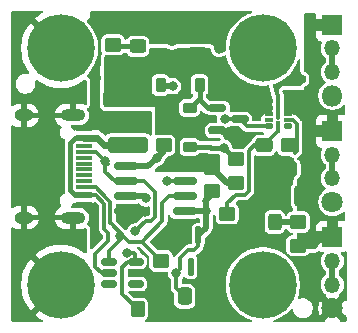
<source format=gbr>
%TF.GenerationSoftware,KiCad,Pcbnew,9.0.1*%
%TF.CreationDate,2025-04-12T21:10:11-04:00*%
%TF.ProjectId,USB-C-3-way-splitter-V5,5553422d-432d-4332-9d77-61792d73706c,rev?*%
%TF.SameCoordinates,Original*%
%TF.FileFunction,Copper,L1,Top*%
%TF.FilePolarity,Positive*%
%FSLAX46Y46*%
G04 Gerber Fmt 4.6, Leading zero omitted, Abs format (unit mm)*
G04 Created by KiCad (PCBNEW 9.0.1) date 2025-04-12 21:10:11*
%MOMM*%
%LPD*%
G01*
G04 APERTURE LIST*
G04 Aperture macros list*
%AMRoundRect*
0 Rectangle with rounded corners*
0 $1 Rounding radius*
0 $2 $3 $4 $5 $6 $7 $8 $9 X,Y pos of 4 corners*
0 Add a 4 corners polygon primitive as box body*
4,1,4,$2,$3,$4,$5,$6,$7,$8,$9,$2,$3,0*
0 Add four circle primitives for the rounded corners*
1,1,$1+$1,$2,$3*
1,1,$1+$1,$4,$5*
1,1,$1+$1,$6,$7*
1,1,$1+$1,$8,$9*
0 Add four rect primitives between the rounded corners*
20,1,$1+$1,$2,$3,$4,$5,0*
20,1,$1+$1,$4,$5,$6,$7,0*
20,1,$1+$1,$6,$7,$8,$9,0*
20,1,$1+$1,$8,$9,$2,$3,0*%
G04 Aperture macros list end*
%TA.AperFunction,ComponentPad*%
%ADD10C,5.700000*%
%TD*%
%TA.AperFunction,SMDPad,CuDef*%
%ADD11RoundRect,0.250000X1.450000X-0.400000X1.450000X0.400000X-1.450000X0.400000X-1.450000X-0.400000X0*%
%TD*%
%TA.AperFunction,SMDPad,CuDef*%
%ADD12RoundRect,0.112500X0.112500X0.637500X-0.112500X0.637500X-0.112500X-0.637500X0.112500X-0.637500X0*%
%TD*%
%TA.AperFunction,SMDPad,CuDef*%
%ADD13RoundRect,0.150000X-0.587500X-0.150000X0.587500X-0.150000X0.587500X0.150000X-0.587500X0.150000X0*%
%TD*%
%TA.AperFunction,SMDPad,CuDef*%
%ADD14RoundRect,0.250000X-0.350000X-0.450000X0.350000X-0.450000X0.350000X0.450000X-0.350000X0.450000X0*%
%TD*%
%TA.AperFunction,ComponentPad*%
%ADD15R,1.800000X1.800000*%
%TD*%
%TA.AperFunction,ComponentPad*%
%ADD16O,1.350000X1.350000*%
%TD*%
%TA.AperFunction,ComponentPad*%
%ADD17C,1.800000*%
%TD*%
%TA.AperFunction,SMDPad,CuDef*%
%ADD18RoundRect,0.150000X-0.825000X-0.150000X0.825000X-0.150000X0.825000X0.150000X-0.825000X0.150000X0*%
%TD*%
%TA.AperFunction,SMDPad,CuDef*%
%ADD19RoundRect,0.250000X-0.450000X0.350000X-0.450000X-0.350000X0.450000X-0.350000X0.450000X0.350000X0*%
%TD*%
%TA.AperFunction,SMDPad,CuDef*%
%ADD20RoundRect,0.250000X0.650000X-0.412500X0.650000X0.412500X-0.650000X0.412500X-0.650000X-0.412500X0*%
%TD*%
%TA.AperFunction,SMDPad,CuDef*%
%ADD21RoundRect,0.250000X-0.450000X0.325000X-0.450000X-0.325000X0.450000X-0.325000X0.450000X0.325000X0*%
%TD*%
%TA.AperFunction,SMDPad,CuDef*%
%ADD22RoundRect,0.250000X-0.337500X-0.475000X0.337500X-0.475000X0.337500X0.475000X-0.337500X0.475000X0*%
%TD*%
%TA.AperFunction,SMDPad,CuDef*%
%ADD23RoundRect,0.250000X-0.325000X-0.450000X0.325000X-0.450000X0.325000X0.450000X-0.325000X0.450000X0*%
%TD*%
%TA.AperFunction,ComponentPad*%
%ADD24O,1.800000X1.800000*%
%TD*%
%TA.AperFunction,SMDPad,CuDef*%
%ADD25RoundRect,0.125000X-0.215000X-0.125000X0.215000X-0.125000X0.215000X0.125000X-0.215000X0.125000X0*%
%TD*%
%TA.AperFunction,SMDPad,CuDef*%
%ADD26RoundRect,0.087500X-0.252500X-0.087500X0.252500X-0.087500X0.252500X0.087500X-0.252500X0.087500X0*%
%TD*%
%TA.AperFunction,SMDPad,CuDef*%
%ADD27RoundRect,0.087500X-0.087500X-0.425000X0.087500X-0.425000X0.087500X0.425000X-0.087500X0.425000X0*%
%TD*%
%TA.AperFunction,SMDPad,CuDef*%
%ADD28RoundRect,0.087500X-0.087500X-0.387500X0.087500X-0.387500X0.087500X0.387500X-0.087500X0.387500X0*%
%TD*%
%TA.AperFunction,SMDPad,CuDef*%
%ADD29RoundRect,0.250000X0.450000X-0.350000X0.450000X0.350000X-0.450000X0.350000X-0.450000X-0.350000X0*%
%TD*%
%TA.AperFunction,SMDPad,CuDef*%
%ADD30RoundRect,0.250000X-0.475000X0.337500X-0.475000X-0.337500X0.475000X-0.337500X0.475000X0.337500X0*%
%TD*%
%TA.AperFunction,SMDPad,CuDef*%
%ADD31RoundRect,0.250000X0.412500X0.650000X-0.412500X0.650000X-0.412500X-0.650000X0.412500X-0.650000X0*%
%TD*%
%TA.AperFunction,SMDPad,CuDef*%
%ADD32RoundRect,0.225000X-0.375000X0.225000X-0.375000X-0.225000X0.375000X-0.225000X0.375000X0.225000X0*%
%TD*%
%TA.AperFunction,SMDPad,CuDef*%
%ADD33RoundRect,0.225000X0.225000X0.375000X-0.225000X0.375000X-0.225000X-0.375000X0.225000X-0.375000X0*%
%TD*%
%TA.AperFunction,SMDPad,CuDef*%
%ADD34RoundRect,0.150000X-0.200000X0.150000X-0.200000X-0.150000X0.200000X-0.150000X0.200000X0.150000X0*%
%TD*%
%TA.AperFunction,SMDPad,CuDef*%
%ADD35RoundRect,0.150000X0.512500X0.150000X-0.512500X0.150000X-0.512500X-0.150000X0.512500X-0.150000X0*%
%TD*%
%TA.AperFunction,SMDPad,CuDef*%
%ADD36R,1.450000X0.600000*%
%TD*%
%TA.AperFunction,SMDPad,CuDef*%
%ADD37R,1.450000X0.300000*%
%TD*%
%TA.AperFunction,ComponentPad*%
%ADD38O,2.100000X1.000000*%
%TD*%
%TA.AperFunction,ComponentPad*%
%ADD39O,1.600000X1.000000*%
%TD*%
%TA.AperFunction,ViaPad*%
%ADD40C,0.800000*%
%TD*%
%TA.AperFunction,Conductor*%
%ADD41C,0.500000*%
%TD*%
%TA.AperFunction,Conductor*%
%ADD42C,0.300000*%
%TD*%
%TA.AperFunction,Conductor*%
%ADD43C,1.000000*%
%TD*%
%TA.AperFunction,Conductor*%
%ADD44C,0.450000*%
%TD*%
%TA.AperFunction,Conductor*%
%ADD45C,0.600000*%
%TD*%
G04 APERTURE END LIST*
D10*
%TO.P,H4,1,1*%
%TO.N,GNDPWR*%
X20100000Y-10000000D03*
%TD*%
D11*
%TO.P,F1,1*%
%TO.N,V-UNFUSED*%
X8700000Y1850000D03*
%TO.P,F1,2*%
%TO.N,VBUS*%
X8700000Y6300000D03*
%TD*%
D12*
%TO.P,D1,1,K*%
%TO.N,+1V2*%
X14650000Y-5840000D03*
%TO.P,D1,2,A*%
%TO.N,GND*%
X13350000Y-5840000D03*
%TO.P,D1,3*%
%TO.N,N/C*%
X14000000Y-8500000D03*
%TD*%
D13*
%TO.P,Q1,1,G*%
%TO.N,Net-(D4-K)*%
X16262500Y4950000D03*
%TO.P,Q1,2,S*%
%TO.N,GND*%
X16262500Y3050000D03*
%TO.P,Q1,3,D*%
%TO.N,EN-OPEN-COL*%
X18137500Y4000000D03*
%TD*%
D14*
%TO.P,R1,1*%
%TO.N,CC1*%
X9500000Y-12100000D03*
%TO.P,R1,2*%
%TO.N,GND*%
X11500000Y-12100000D03*
%TD*%
D15*
%TO.P,J3,1,Pin_1*%
%TO.N,+5V*%
X26000000Y3000000D03*
D16*
%TO.P,J3,2,Pin_2*%
%TO.N,Net-(J3-Pin_2)*%
X26000000Y1000000D03*
%TO.P,J3,3,Pin_3*%
X26000000Y-1000000D03*
D17*
%TO.P,J3,4,Pin_4*%
%TO.N,GND*%
X26000000Y-3000000D03*
%TD*%
D10*
%TO.P,H2,1,1*%
%TO.N,GNDPWR*%
X3000000Y-10000000D03*
%TD*%
D18*
%TO.P,U1,1*%
%TO.N,Net-(D4-A)*%
X8525000Y5000D03*
%TO.P,U1,2,-*%
%TO.N,CC1*%
X8525000Y-1265000D03*
%TO.P,U1,3,+*%
%TO.N,+1V2*%
X8525000Y-2535000D03*
%TO.P,U1,4,V-*%
%TO.N,GND*%
X8525000Y-3805000D03*
%TO.P,U1,5,+*%
%TO.N,+1V2*%
X13475000Y-3805000D03*
%TO.P,U1,6,-*%
%TO.N,CC2*%
X13475000Y-2535000D03*
%TO.P,U1,7*%
%TO.N,Net-(D5-A)*%
X13475000Y-1265000D03*
%TO.P,U1,8,V+*%
%TO.N,VBUS*%
X13475000Y5000D03*
%TD*%
D19*
%TO.P,R3,1*%
%TO.N,VBUS*%
X15800000Y-100000D03*
%TO.P,R3,2*%
%TO.N,+1V2*%
X15800000Y-2100000D03*
%TD*%
%TO.P,R7,1*%
%TO.N,Net-(U2-Ilim)*%
X22300000Y1800000D03*
%TO.P,R7,2*%
%TO.N,GND*%
X22300000Y-200000D03*
%TD*%
D20*
%TO.P,C3,1*%
%TO.N,VBUS*%
X11800000Y9037500D03*
%TO.P,C3,2*%
%TO.N,GND*%
X11800000Y12162500D03*
%TD*%
D21*
%TO.P,D2,1,K*%
%TO.N,GND*%
X9500000Y12225000D03*
%TO.P,D2,2,A*%
%TO.N,Net-(D2-A)*%
X9500000Y10175000D03*
%TD*%
D22*
%TO.P,C5,1*%
%TO.N,+1V2*%
X13500000Y-11000000D03*
%TO.P,C5,2*%
%TO.N,GND*%
X15575000Y-11000000D03*
%TD*%
D23*
%TO.P,D3,1,K*%
%TO.N,GND*%
X19075000Y-4700000D03*
%TO.P,D3,2,A*%
%TO.N,Net-(D3-A)*%
X21125000Y-4700000D03*
%TD*%
D15*
%TO.P,J2,1,Pin_1*%
%TO.N,+5V*%
X26000000Y12000000D03*
D16*
%TO.P,J2,2,Pin_2*%
%TO.N,Net-(J2-Pin_2)*%
X26000000Y10000000D03*
%TO.P,J2,3,Pin_3*%
X26000000Y8000000D03*
D24*
%TO.P,J2,4,Pin_4*%
%TO.N,GND*%
X26000000Y6000000D03*
%TD*%
D25*
%TO.P,U2,1,Vin*%
%TO.N,VBUS*%
X20590000Y5537500D03*
D26*
%TO.P,U2,2,Vin*%
X20590000Y4962500D03*
%TO.P,U2,3,Vin*%
X20590000Y4462500D03*
%TO.P,U2,4,SASin*%
%TO.N,unconnected-(U2-SASin-Pad4)*%
X20590000Y3962500D03*
D25*
%TO.P,U2,5,EN/FAULT*%
%TO.N,EN-OPEN-COL*%
X20590000Y3387500D03*
D27*
%TO.P,U2,6,SENSE*%
%TO.N,Net-(U2-SENSE)*%
X21400000Y3325000D03*
D25*
%TO.P,U2,7,dV/dt*%
%TO.N,unconnected-(U2-dV{slash}dt-Pad7)*%
X22210000Y3387500D03*
D26*
%TO.P,U2,8,Ilim*%
%TO.N,Net-(U2-Ilim)*%
X22210000Y3962500D03*
%TO.P,U2,9,Vout*%
%TO.N,+5V*%
X22210000Y4462500D03*
%TO.P,U2,10,Vout*%
X22210000Y4962500D03*
D25*
%TO.P,U2,11,Vout*%
X22210000Y5537500D03*
D27*
%TO.P,U2,12,GND*%
%TO.N,GND*%
X21400000Y5600000D03*
D28*
%TO.P,U2,13,GND*%
X21400000Y4462500D03*
%TD*%
D19*
%TO.P,R6,1*%
%TO.N,Net-(U2-SENSE)*%
X17100000Y-4000000D03*
%TO.P,R6,2*%
%TO.N,GND*%
X17100000Y-6000000D03*
%TD*%
D29*
%TO.P,R5,1*%
%TO.N,+5V*%
X23100000Y-6700000D03*
%TO.P,R5,2*%
%TO.N,Net-(D3-A)*%
X23100000Y-4700000D03*
%TD*%
D30*
%TO.P,C1,1*%
%TO.N,Net-(U2-SENSE)*%
X20200000Y1800000D03*
%TO.P,C1,2*%
%TO.N,GND*%
X20200000Y-275000D03*
%TD*%
D31*
%TO.P,C2,1*%
%TO.N,+5V*%
X23462500Y-2500000D03*
%TO.P,C2,2*%
%TO.N,GND*%
X20337500Y-2500000D03*
%TD*%
D32*
%TO.P,D5,1,K*%
%TO.N,Net-(D4-K)*%
X13900000Y4950000D03*
%TO.P,D5,2,A*%
%TO.N,Net-(D5-A)*%
X13900000Y1650000D03*
%TD*%
D33*
%TO.P,D4,1,K*%
%TO.N,Net-(D4-K)*%
X14750000Y6900000D03*
%TO.P,D4,2,A*%
%TO.N,Net-(D4-A)*%
X11450000Y6900000D03*
%TD*%
D29*
%TO.P,R4,1*%
%TO.N,VBUS*%
X7400000Y8300000D03*
%TO.P,R4,2*%
%TO.N,Net-(D2-A)*%
X7400000Y10300000D03*
%TD*%
D10*
%TO.P,H1,1,1*%
%TO.N,GNDPWR*%
X3000000Y10000000D03*
%TD*%
D29*
%TO.P,R9,1*%
%TO.N,VBUS*%
X17800000Y-1400000D03*
%TO.P,R9,2*%
%TO.N,Net-(D5-A)*%
X17800000Y600000D03*
%TD*%
D19*
%TO.P,R2,1*%
%TO.N,CC2*%
X11500000Y-8000000D03*
%TO.P,R2,2*%
%TO.N,GND*%
X11500000Y-10000000D03*
%TD*%
D34*
%TO.P,D6,1,K*%
%TO.N,+5V*%
X23400000Y6000000D03*
%TO.P,D6,2,A*%
%TO.N,GND*%
X23400000Y7400000D03*
%TD*%
D35*
%TO.P,U3,1,IO1*%
%TO.N,unconnected-(U3-IO1-Pad1)*%
X9337500Y-9950000D03*
%TO.P,U3,2,VN*%
%TO.N,GND*%
X9337500Y-9000000D03*
%TO.P,U3,3,IO2*%
%TO.N,CC1*%
X9337500Y-8050000D03*
%TO.P,U3,4,IO3*%
%TO.N,CC2*%
X7062500Y-8050000D03*
%TO.P,U3,5,VP*%
%TO.N,V-UNFUSED*%
X7062500Y-9000000D03*
%TO.P,U3,6,IO4*%
%TO.N,unconnected-(U3-IO4-Pad6)*%
X7062500Y-9950000D03*
%TD*%
D36*
%TO.P,J1,A1,GND*%
%TO.N,GND*%
X4945000Y3250000D03*
%TO.P,J1,A4,VBUS*%
%TO.N,V-UNFUSED*%
X4945000Y2450000D03*
D37*
%TO.P,J1,A5,CC1*%
%TO.N,CC1*%
X4945000Y1250000D03*
%TO.P,J1,A6,D+*%
%TO.N,unconnected-(J1-D+-PadA6)*%
X4945000Y250000D03*
%TO.P,J1,A7,D-*%
%TO.N,unconnected-(J1-D--PadA7)*%
X4945000Y-250000D03*
%TO.P,J1,A8,SBU1*%
%TO.N,unconnected-(J1-SBU1-PadA8)*%
X4945000Y-1250000D03*
D36*
%TO.P,J1,A9,VBUS*%
%TO.N,V-UNFUSED*%
X4945000Y-2450000D03*
%TO.P,J1,A12,GND*%
%TO.N,GND*%
X4945000Y-3250000D03*
%TO.P,J1,B1,GND*%
X4945000Y-3250000D03*
%TO.P,J1,B4,VBUS*%
%TO.N,V-UNFUSED*%
X4945000Y-2450000D03*
D37*
%TO.P,J1,B5,CC2*%
%TO.N,CC2*%
X4945000Y-1750000D03*
%TO.P,J1,B6,D+*%
%TO.N,unconnected-(J1-D+-PadB6)*%
X4945000Y-750000D03*
%TO.P,J1,B7,D-*%
%TO.N,unconnected-(J1-D--PadB7)*%
X4945000Y750000D03*
%TO.P,J1,B8,SBU2*%
%TO.N,unconnected-(J1-SBU2-PadB8)*%
X4945000Y1750000D03*
D36*
%TO.P,J1,B9,VBUS*%
%TO.N,V-UNFUSED*%
X4945000Y2450000D03*
%TO.P,J1,B12,GND*%
%TO.N,GND*%
X4945000Y3250000D03*
D38*
%TO.P,J1,S1,SHIELD*%
%TO.N,GNDPWR*%
X4030000Y4320000D03*
D39*
X-150000Y4320000D03*
D38*
X4030000Y-4320000D03*
D39*
X-150000Y-4320000D03*
%TD*%
D10*
%TO.P,H3,1,1*%
%TO.N,GNDPWR*%
X20100000Y10000000D03*
%TD*%
D15*
%TO.P,J4,1,Pin_1*%
%TO.N,+5V*%
X26000000Y-6000000D03*
D16*
%TO.P,J4,2,Pin_2*%
%TO.N,Net-(J4-Pin_2)*%
X26000000Y-8000000D03*
%TO.P,J4,3,Pin_3*%
X26000000Y-10000000D03*
D17*
%TO.P,J4,4,Pin_4*%
%TO.N,GND*%
X26000000Y-12000000D03*
%TD*%
D19*
%TO.P,R8,1*%
%TO.N,VBUS*%
X11700000Y3800000D03*
%TO.P,R8,2*%
%TO.N,Net-(D4-A)*%
X11700000Y1800000D03*
%TD*%
D40*
%TO.N,GND*%
X10100000Y-3850000D03*
X17500000Y2900000D03*
X16400000Y9950000D03*
X21800000Y-2200000D03*
X16450000Y10900000D03*
X12400000Y10600000D03*
X6200000Y3600000D03*
X15800000Y-6300000D03*
X5800000Y-4900000D03*
X12500000Y-5200000D03*
X18500000Y-6800000D03*
X10700000Y-11000000D03*
X5800000Y-3900000D03*
X22800000Y7700000D03*
X9600000Y3700000D03*
X6100000Y4700000D03*
X6000000Y7500000D03*
X19000000Y-3200000D03*
X6000000Y-5900000D03*
%TO.N,CC1*%
X9300000Y-5500000D03*
X6750000Y450000D03*
X8600000Y-7300000D03*
%TO.N,CC2*%
X8000000Y-5900000D03*
%TO.N,+1V2*%
X10200000Y-2700000D03*
X15295000Y-3805000D03*
X12775000Y-9025000D03*
%TO.N,EN-OPEN-COL*%
X16900000Y4000000D03*
%TO.N,Net-(D4-A)*%
X12500000Y6800000D03*
X11150000Y750000D03*
%TO.N,Net-(D5-A)*%
X16800000Y1600000D03*
X12000000Y-1200000D03*
%TD*%
D41*
%TO.N,GND*%
X8525000Y-3805000D02*
X10055000Y-3805000D01*
X10055000Y-3805000D02*
X10100000Y-3850000D01*
%TO.N,VBUS*%
X17100000Y-1400000D02*
X15800000Y-100000D01*
D42*
X12900000Y580000D02*
X12900000Y2600000D01*
X12900000Y2600000D02*
X11700000Y3800000D01*
X13475000Y5000D02*
X12900000Y580000D01*
D41*
X13580000Y-100000D02*
X13475000Y5000D01*
X17800000Y-1400000D02*
X17100000Y-1400000D01*
X15800000Y-100000D02*
X13580000Y-100000D01*
%TO.N,+5V*%
X25150000Y-6000000D02*
X26000000Y-6000000D01*
X23100000Y-6700000D02*
X24450000Y-6700000D01*
X24450000Y-6700000D02*
X25150000Y-6000000D01*
D43*
X26037500Y-6062500D02*
X26100000Y-6000000D01*
D42*
%TO.N,CC1*%
X6750000Y450000D02*
X6770000Y450000D01*
X10175000Y-4625000D02*
X9300000Y-5500000D01*
X8525000Y-1265000D02*
X10065000Y-1265000D01*
X9300000Y-7400000D02*
X9300000Y-8012500D01*
X9500000Y-12100000D02*
X8200000Y-10800000D01*
X6750000Y470000D02*
X6750000Y450000D01*
X4945000Y1250000D02*
X5970000Y1250000D01*
X6750000Y-464999D02*
X7550001Y-1265000D01*
X5970000Y1250000D02*
X6750000Y470000D01*
X8600000Y-7300000D02*
X9200000Y-7300000D01*
X8200000Y-10800000D02*
X8200000Y-8500000D01*
X10625000Y-4625000D02*
X10175000Y-4625000D01*
X8650000Y-8050000D02*
X9337500Y-8050000D01*
X11000000Y-4250000D02*
X10625000Y-4625000D01*
X9200000Y-7300000D02*
X9300000Y-7400000D01*
X7550001Y-1265000D02*
X8525000Y-1265000D01*
X11000000Y-3350000D02*
X11000000Y-4250000D01*
X9300000Y-8012500D02*
X9337500Y-8050000D01*
X6770000Y450000D02*
X7000000Y220000D01*
X10065000Y-1265000D02*
X11000000Y-2200000D01*
X11000000Y-2200000D02*
X11000000Y-3350000D01*
X8200000Y-8500000D02*
X8650000Y-8050000D01*
X6750000Y450000D02*
X6750000Y-464999D01*
%TO.N,CC2*%
X8300000Y-5900000D02*
X8750000Y-6350000D01*
X8000000Y-6200000D02*
X8000000Y-5900000D01*
X11600000Y-4600000D02*
X11600000Y-3100000D01*
X9850000Y-6350000D02*
X11600000Y-4600000D01*
X11500000Y-8000000D02*
X9850000Y-6350000D01*
X12165000Y-2535000D02*
X13475000Y-2535000D01*
X7300000Y-4900000D02*
X8300000Y-5900000D01*
X7300000Y-4900000D02*
X7200000Y-4800000D01*
X7062500Y-8050000D02*
X7062500Y-7137500D01*
X7062500Y-7137500D02*
X8000000Y-6200000D01*
X6950000Y-2750000D02*
X5950000Y-1750000D01*
X11600000Y-3100000D02*
X12165000Y-2535000D01*
X7200000Y-4800000D02*
X7200000Y-3000000D01*
X5950000Y-1750000D02*
X4945000Y-1750000D01*
X8000000Y-5900000D02*
X8300000Y-5900000D01*
X7200000Y-3000000D02*
X6950000Y-2750000D01*
X8300000Y-5900000D02*
X8300000Y-5900000D01*
X8750000Y-6350000D02*
X9850000Y-6350000D01*
D41*
%TO.N,+1V2*%
X8525000Y-2535000D02*
X10035000Y-2535000D01*
X15800000Y-2300000D02*
X15200000Y-2900000D01*
D42*
X13100000Y-8700000D02*
X13100000Y-7750000D01*
X14300000Y-7050000D02*
X14650000Y-6700000D01*
D41*
X15300000Y-3800000D02*
X15300000Y-5190000D01*
X10035000Y-2535000D02*
X10200000Y-2700000D01*
X15800000Y-2100000D02*
X15800000Y-2300000D01*
D42*
X12775000Y-10275000D02*
X13500000Y-11000000D01*
X12775000Y-9025000D02*
X13100000Y-8700000D01*
X13100000Y-7750000D02*
X13800000Y-7050000D01*
D41*
X15300000Y-5190000D02*
X14650000Y-5840000D01*
D42*
X12775000Y-9025000D02*
X12775000Y-10275000D01*
D41*
X15200000Y-2900000D02*
X15300000Y-3000000D01*
D42*
X14650000Y-6700000D02*
X14650000Y-5840000D01*
X13800000Y-7050000D02*
X14300000Y-7050000D01*
D41*
X15300000Y-3000000D02*
X15300000Y-3800000D01*
X15295000Y-3805000D02*
X15300000Y-3800000D01*
X13475000Y-3805000D02*
X15295000Y-3805000D01*
D44*
%TO.N,Net-(D2-A)*%
X9500000Y10175000D02*
X7525000Y10175000D01*
X7525000Y10175000D02*
X7400000Y10300000D01*
D41*
%TO.N,Net-(D3-A)*%
X21125000Y-4700000D02*
X23100000Y-4700000D01*
%TO.N,Net-(J3-Pin_2)*%
X26000000Y-1000000D02*
X26000000Y1000000D01*
%TO.N,Net-(J4-Pin_2)*%
X26000000Y-8000000D02*
X26000000Y-10000000D01*
%TO.N,Net-(J2-Pin_2)*%
X26000000Y10000000D02*
X26000000Y8000000D01*
D42*
%TO.N,Net-(U2-SENSE)*%
X17100000Y-4000000D02*
X17100000Y-3100000D01*
X18900000Y-2100000D02*
X18900000Y1300000D01*
X21400000Y3000000D02*
X21400000Y3325000D01*
X18900000Y1300000D02*
X19400000Y1800000D01*
X17800000Y-2400000D02*
X18600000Y-2400000D01*
X18600000Y-2400000D02*
X18900000Y-2100000D01*
X20200000Y1800000D02*
X21400000Y3000000D01*
X19400000Y1800000D02*
X20200000Y1800000D01*
X17100000Y-3100000D02*
X17800000Y-2400000D01*
%TO.N,Net-(U2-Ilim)*%
X22210000Y3962500D02*
X22637500Y3962500D01*
X23000000Y1350000D02*
X22800000Y1150000D01*
X22637500Y3962500D02*
X23000000Y3600000D01*
X23000000Y3600000D02*
X23000000Y1350000D01*
D44*
%TO.N,V-UNFUSED*%
X3750000Y2002972D02*
X4197028Y2450000D01*
D42*
X7000000Y-5600000D02*
X6700000Y-5300000D01*
D44*
X4197028Y2450000D02*
X4945000Y2450000D01*
X4197028Y-2450000D02*
X3750000Y-2002972D01*
D42*
X6700000Y-3139790D02*
X6010210Y-2450000D01*
X6458167Y-9000000D02*
X5929083Y-8470917D01*
X6700000Y-5300000D02*
X6700000Y-3139790D01*
X5929083Y-8470917D02*
X5929083Y-7370917D01*
X7062500Y-9000000D02*
X6458167Y-9000000D01*
D45*
X6050000Y2450000D02*
X4945000Y2450000D01*
D44*
X3750000Y-2002972D02*
X3750000Y2002972D01*
D42*
X6010210Y-2450000D02*
X4945000Y-2450000D01*
X7000000Y-6300000D02*
X7000000Y-5600000D01*
D45*
X9200000Y1850000D02*
X6650000Y1850000D01*
X6650000Y1850000D02*
X6050000Y2450000D01*
D42*
X5929083Y-7370917D02*
X7000000Y-6300000D01*
D44*
X4945000Y-2450000D02*
X4197028Y-2450000D01*
D42*
%TO.N,EN-OPEN-COL*%
X20590000Y3387500D02*
X18750000Y3387500D01*
X18750000Y3387500D02*
X18137500Y4000000D01*
X16900000Y4000000D02*
X18137500Y4000000D01*
D41*
%TO.N,Net-(D4-A)*%
X12500000Y6800000D02*
X11750000Y6800000D01*
X11700000Y1300000D02*
X11150000Y750000D01*
X10405000Y5000D02*
X11150000Y750000D01*
X11750000Y6800000D02*
X11650000Y6900000D01*
X8525000Y5000D02*
X10405000Y5000D01*
X11700000Y1800000D02*
X11700000Y1300000D01*
D44*
%TO.N,Net-(D4-K)*%
X14750000Y5800000D02*
X14675000Y5725000D01*
X16262500Y4950000D02*
X15450000Y4950000D01*
X14675000Y5725000D02*
X13900000Y4950000D01*
X15450000Y4950000D02*
X14675000Y5725000D01*
X14750000Y6900000D02*
X14750000Y5800000D01*
%TO.N,Net-(D5-A)*%
X16800000Y1600000D02*
X17800000Y600000D01*
D42*
X12000000Y-1200000D02*
X13410000Y-1200000D01*
D44*
X15700000Y1600000D02*
X16800000Y1600000D01*
D42*
X13410000Y-1200000D02*
X13475000Y-1265000D01*
D44*
X13900000Y1650000D02*
X15650000Y1650000D01*
X15650000Y1650000D02*
X15700000Y1600000D01*
%TD*%
%TA.AperFunction,Conductor*%
%TO.N,+5V*%
G36*
X24543039Y12980315D02*
G01*
X24588794Y12927511D01*
X24600000Y12876000D01*
X24600000Y12500000D01*
X25666027Y12500000D01*
X25631592Y12480119D01*
X25519881Y12368408D01*
X25440889Y12231591D01*
X25400000Y12078991D01*
X25400000Y11921009D01*
X25440889Y11768409D01*
X25519881Y11631592D01*
X25631592Y11519881D01*
X25666027Y11500000D01*
X24600000Y11500000D01*
X24600000Y11052155D01*
X24606401Y10992627D01*
X24606403Y10992620D01*
X24656645Y10857913D01*
X24656649Y10857906D01*
X24742809Y10742812D01*
X24742812Y10742809D01*
X24857906Y10656649D01*
X24857913Y10656645D01*
X24992620Y10606403D01*
X24992626Y10606401D01*
X25021972Y10603246D01*
X25086523Y10576507D01*
X25126369Y10519113D01*
X25128861Y10449288D01*
X25123275Y10432505D01*
X25061989Y10284547D01*
X25061986Y10284535D01*
X25024500Y10096082D01*
X25024500Y9903917D01*
X25061986Y9715464D01*
X25061989Y9715452D01*
X25135520Y9537931D01*
X25135521Y9537929D01*
X25242279Y9378155D01*
X25242282Y9378151D01*
X25378148Y9242286D01*
X25378153Y9242281D01*
X25394394Y9231429D01*
X25439198Y9177815D01*
X25449500Y9128329D01*
X25449500Y8871670D01*
X25429815Y8804631D01*
X25394389Y8768567D01*
X25384704Y8762095D01*
X25378153Y8757719D01*
X25242282Y8621848D01*
X25242279Y8621844D01*
X25135521Y8462070D01*
X25135520Y8462068D01*
X25061989Y8284547D01*
X25061986Y8284535D01*
X25024500Y8096082D01*
X25024500Y7903917D01*
X25061986Y7715464D01*
X25061989Y7715452D01*
X25135520Y7537931D01*
X25135521Y7537929D01*
X25242279Y7378155D01*
X25242282Y7378151D01*
X25378151Y7242282D01*
X25378157Y7242277D01*
X25382070Y7239663D01*
X25426872Y7186048D01*
X25435575Y7116723D01*
X25405417Y7053697D01*
X25374539Y7029979D01*
X25374953Y7029305D01*
X25370807Y7026764D01*
X25370802Y7026760D01*
X25370801Y7026760D01*
X25217927Y6915690D01*
X25084310Y6782073D01*
X25013588Y6684733D01*
X24973240Y6629199D01*
X24887454Y6460836D01*
X24829059Y6281118D01*
X24799500Y6094486D01*
X24799500Y5905513D01*
X24829059Y5718881D01*
X24887454Y5539163D01*
X24973240Y5370800D01*
X25036610Y5283579D01*
X25084310Y5217927D01*
X25084312Y5217925D01*
X25084312Y5217924D01*
X25217924Y5084312D01*
X25370800Y4973240D01*
X25539163Y4887454D01*
X25718881Y4829059D01*
X25905514Y4799500D01*
X25905519Y4799500D01*
X26094486Y4799500D01*
X26281118Y4829059D01*
X26460836Y4887454D01*
X26629199Y4973240D01*
X26639924Y4981032D01*
X26782073Y5084310D01*
X26888319Y5190556D01*
X26949642Y5224041D01*
X27019334Y5219057D01*
X27075267Y5177185D01*
X27099684Y5111721D01*
X27100000Y5102875D01*
X27100000Y4521686D01*
X27080315Y4454647D01*
X27027511Y4408892D01*
X26962743Y4398397D01*
X26947841Y4399999D01*
X26947828Y4400000D01*
X26500000Y4400000D01*
X26500000Y3333973D01*
X26480119Y3368408D01*
X26368408Y3480119D01*
X26231591Y3559111D01*
X26078991Y3600000D01*
X25921009Y3600000D01*
X25768409Y3559111D01*
X25631592Y3480119D01*
X25519881Y3368408D01*
X25440889Y3231591D01*
X25400000Y3078991D01*
X25400000Y2921009D01*
X25440889Y2768409D01*
X25519881Y2631592D01*
X25631592Y2519881D01*
X25666027Y2500000D01*
X24600000Y2500000D01*
X24600000Y2052155D01*
X24606401Y1992627D01*
X24606403Y1992620D01*
X24656645Y1857913D01*
X24656649Y1857906D01*
X24742809Y1742812D01*
X24742812Y1742809D01*
X24857906Y1656649D01*
X24857913Y1656645D01*
X24992620Y1606403D01*
X24992626Y1606401D01*
X25021972Y1603246D01*
X25086523Y1576507D01*
X25126369Y1519113D01*
X25128861Y1449288D01*
X25123275Y1432505D01*
X25061989Y1284547D01*
X25061986Y1284535D01*
X25024500Y1096082D01*
X25024500Y903917D01*
X25061986Y715464D01*
X25061989Y715452D01*
X25135520Y537931D01*
X25135521Y537929D01*
X25242279Y378155D01*
X25242282Y378151D01*
X25378148Y242286D01*
X25378153Y242281D01*
X25394394Y231429D01*
X25439198Y177815D01*
X25449500Y128329D01*
X25449500Y-128329D01*
X25429815Y-195368D01*
X25394394Y-231429D01*
X25378153Y-242281D01*
X25378148Y-242286D01*
X25242282Y-378151D01*
X25242279Y-378155D01*
X25135521Y-537929D01*
X25135520Y-537931D01*
X25061989Y-715452D01*
X25061986Y-715464D01*
X25024500Y-903917D01*
X25024500Y-1096082D01*
X25061986Y-1284535D01*
X25061989Y-1284547D01*
X25135520Y-1462068D01*
X25135521Y-1462070D01*
X25242279Y-1621844D01*
X25242282Y-1621848D01*
X25378151Y-1757717D01*
X25378156Y-1757721D01*
X25382062Y-1760331D01*
X25426868Y-1813942D01*
X25435577Y-1883267D01*
X25405423Y-1946295D01*
X25374541Y-1970023D01*
X25374953Y-1970695D01*
X25370807Y-1973235D01*
X25339926Y-1995672D01*
X25217927Y-2084310D01*
X25217925Y-2084312D01*
X25217924Y-2084312D01*
X25084312Y-2217924D01*
X25084312Y-2217925D01*
X25084310Y-2217927D01*
X25078726Y-2225613D01*
X24973240Y-2370800D01*
X24887454Y-2539163D01*
X24829059Y-2718881D01*
X24799500Y-2905513D01*
X24799500Y-3094486D01*
X24829059Y-3281118D01*
X24887454Y-3460836D01*
X24973240Y-3629199D01*
X25084310Y-3782073D01*
X25217927Y-3915690D01*
X25370801Y-4026760D01*
X25450347Y-4067290D01*
X25539163Y-4112545D01*
X25539165Y-4112545D01*
X25539168Y-4112547D01*
X25635497Y-4143846D01*
X25718881Y-4170940D01*
X25905514Y-4200500D01*
X25905519Y-4200500D01*
X26094486Y-4200500D01*
X26281118Y-4170940D01*
X26460832Y-4112547D01*
X26629199Y-4026760D01*
X26782073Y-3915690D01*
X26888319Y-3809444D01*
X26949642Y-3775959D01*
X27019334Y-3780943D01*
X27075267Y-3822815D01*
X27099684Y-3888279D01*
X27100000Y-3897125D01*
X27100000Y-4478313D01*
X27080315Y-4545352D01*
X27027511Y-4591107D01*
X26962750Y-4601603D01*
X26947840Y-4600000D01*
X26500000Y-4600000D01*
X26500000Y-5666026D01*
X26480119Y-5631592D01*
X26368408Y-5519881D01*
X26231591Y-5440889D01*
X26078991Y-5400000D01*
X25921009Y-5400000D01*
X25768409Y-5440889D01*
X25631592Y-5519881D01*
X25519881Y-5631592D01*
X25440889Y-5768409D01*
X25400000Y-5921009D01*
X25400000Y-6078991D01*
X25440889Y-6231591D01*
X25519881Y-6368408D01*
X25631592Y-6480119D01*
X25666027Y-6500000D01*
X24600000Y-6500000D01*
X24600000Y-6876000D01*
X24580315Y-6943039D01*
X24527511Y-6988794D01*
X24476000Y-7000000D01*
X23124000Y-7000000D01*
X23056961Y-6980315D01*
X23011206Y-6927511D01*
X23000000Y-6876000D01*
X23000000Y-5724500D01*
X23019685Y-5657461D01*
X23072489Y-5611706D01*
X23124000Y-5600500D01*
X23593097Y-5600500D01*
X23593102Y-5600500D01*
X23681564Y-5589877D01*
X23822342Y-5534361D01*
X23942922Y-5442922D01*
X24034361Y-5322342D01*
X24089877Y-5181564D01*
X24100500Y-5093102D01*
X24100500Y-5052155D01*
X24600000Y-5052155D01*
X24600000Y-5500000D01*
X25500000Y-5500000D01*
X25500000Y-4600000D01*
X25052155Y-4600000D01*
X24992627Y-4606401D01*
X24992620Y-4606403D01*
X24857913Y-4656645D01*
X24857906Y-4656649D01*
X24742812Y-4742809D01*
X24742809Y-4742812D01*
X24656649Y-4857906D01*
X24656645Y-4857913D01*
X24606403Y-4992620D01*
X24606401Y-4992627D01*
X24600000Y-5052155D01*
X24100500Y-5052155D01*
X24100500Y-4306898D01*
X24089877Y-4218436D01*
X24034361Y-4077658D01*
X24034360Y-4077657D01*
X24034360Y-4077656D01*
X23942922Y-3957077D01*
X23822343Y-3865639D01*
X23681561Y-3810122D01*
X23635926Y-3804642D01*
X23593102Y-3799500D01*
X23124000Y-3799500D01*
X23056961Y-3779815D01*
X23011206Y-3727011D01*
X23000000Y-3675500D01*
X23000000Y-1112892D01*
X23019685Y-1045853D01*
X23049072Y-1014090D01*
X23142922Y-942922D01*
X23234361Y-822342D01*
X23289877Y-681564D01*
X23300500Y-593102D01*
X23300500Y193102D01*
X23289877Y281564D01*
X23234361Y422342D01*
X23142922Y542922D01*
X23077468Y592557D01*
X23035946Y648747D01*
X23031394Y718469D01*
X23065258Y779583D01*
X23076377Y789274D01*
X23360488Y1073384D01*
X23360494Y1073392D01*
X23419795Y1176106D01*
X23419799Y1176113D01*
X23420670Y1179366D01*
X23429546Y1212486D01*
X23442369Y1260346D01*
X23450500Y1290691D01*
X23450500Y3659309D01*
X23419799Y3773886D01*
X23415076Y3782065D01*
X23394731Y3817306D01*
X23360491Y3876611D01*
X23360490Y3876611D01*
X23360489Y3876614D01*
X23289259Y3947844D01*
X24600000Y3947844D01*
X24600000Y3500000D01*
X25500000Y3500000D01*
X25500000Y4400000D01*
X25052172Y4400000D01*
X25052155Y4399999D01*
X24992627Y4393598D01*
X24992620Y4393596D01*
X24857913Y4343354D01*
X24857906Y4343350D01*
X24742812Y4257190D01*
X24742809Y4257187D01*
X24656649Y4142093D01*
X24656645Y4142086D01*
X24606403Y4007379D01*
X24606401Y4007372D01*
X24600000Y3947844D01*
X23289259Y3947844D01*
X22914114Y4322989D01*
X22811387Y4382299D01*
X22787173Y4388786D01*
X22696809Y4413000D01*
X22624998Y4413000D01*
X22615622Y4414443D01*
X22602127Y4420767D01*
X22593872Y4422749D01*
X22593172Y4420594D01*
X22583894Y4423608D01*
X22583893Y4423609D01*
X22583891Y4423609D01*
X22583889Y4423610D01*
X22559523Y4427468D01*
X22493033Y4438000D01*
X21999498Y4437999D01*
X21932460Y4457683D01*
X21886705Y4510487D01*
X21875499Y4561999D01*
X21875499Y4880537D01*
X21861109Y4971392D01*
X21860203Y4974183D01*
X21860100Y4977762D01*
X21859583Y4981032D01*
X21860005Y4981098D01*
X21858208Y5044024D01*
X21860204Y5050820D01*
X21861109Y5053608D01*
X21870313Y5111721D01*
X21875500Y5144467D01*
X21875499Y6055532D01*
X21875499Y6055533D01*
X21875499Y6055537D01*
X21861110Y6146388D01*
X21861110Y6146389D01*
X21861109Y6146390D01*
X21861109Y6146393D01*
X21805311Y6255903D01*
X21805306Y6255908D01*
X21772896Y6288319D01*
X21739411Y6349642D01*
X21744395Y6419334D01*
X21786267Y6475267D01*
X21851731Y6499684D01*
X21860577Y6500000D01*
X23600000Y6500000D01*
X23600000Y6684733D01*
X23619685Y6751772D01*
X23672489Y6797527D01*
X23683044Y6801774D01*
X23812882Y6847207D01*
X23869671Y6889119D01*
X23922150Y6927850D01*
X24002793Y7037118D01*
X24017527Y7079225D01*
X24047646Y7165298D01*
X24047646Y7165300D01*
X24050500Y7195730D01*
X24050500Y7604269D01*
X24047646Y7634699D01*
X24047646Y7634701D01*
X24019389Y7715452D01*
X24002793Y7762882D01*
X23922150Y7872150D01*
X23812882Y7952793D01*
X23716465Y7986530D01*
X23683045Y7998225D01*
X23626269Y8038946D01*
X23600522Y8103899D01*
X23600000Y8115266D01*
X23600000Y12876000D01*
X23619685Y12943039D01*
X23672489Y12988794D01*
X23724000Y13000000D01*
X24476000Y13000000D01*
X24543039Y12980315D01*
G37*
%TD.AperFunction*%
%TD*%
%TA.AperFunction,Conductor*%
%TO.N,VBUS*%
G36*
X14904474Y10099731D02*
G01*
X15582927Y10059024D01*
X15648667Y10035360D01*
X15691177Y9979911D01*
X15699500Y9935247D01*
X15699500Y9881004D01*
X15699499Y9881004D01*
X15726418Y9745677D01*
X15726421Y9745667D01*
X15779221Y9618195D01*
X15779228Y9618182D01*
X15855885Y9503458D01*
X15855888Y9503454D01*
X15953454Y9405888D01*
X15953458Y9405885D01*
X16068182Y9329228D01*
X16068195Y9329221D01*
X16195667Y9276421D01*
X16195677Y9276418D01*
X16331005Y9249500D01*
X16331007Y9249500D01*
X16468995Y9249500D01*
X16604322Y9276418D01*
X16604332Y9276421D01*
X16731804Y9329221D01*
X16731817Y9329228D01*
X16833520Y9397184D01*
X16900198Y9418062D01*
X16967578Y9399577D01*
X17014268Y9347598D01*
X17023302Y9321675D01*
X17067859Y9126456D01*
X17067860Y9126454D01*
X17184731Y8792454D01*
X17338262Y8473644D01*
X17526526Y8174025D01*
X17747152Y7897367D01*
X17997367Y7647152D01*
X18274025Y7426526D01*
X18573644Y7238262D01*
X18892454Y7084731D01*
X19226454Y6967860D01*
X19226456Y6967859D01*
X19571440Y6889119D01*
X19571454Y6889116D01*
X19923065Y6849500D01*
X19923072Y6849500D01*
X20276934Y6849500D01*
X20536929Y6878794D01*
X20605751Y6866739D01*
X20657130Y6819390D01*
X20670944Y6786305D01*
X20920632Y5810255D01*
X20924500Y5779524D01*
X20924500Y5144462D01*
X20938890Y5053607D01*
X20939797Y5050817D01*
X20939899Y5047237D01*
X20940417Y5043968D01*
X20939994Y5043901D01*
X20941792Y4980976D01*
X20939796Y4974180D01*
X20938890Y4971391D01*
X20924500Y4880533D01*
X20924500Y4561999D01*
X20904815Y4494960D01*
X20852011Y4449205D01*
X20800504Y4437999D01*
X20306968Y4437999D01*
X20306962Y4437999D01*
X20216111Y4423610D01*
X20216110Y4423610D01*
X20216108Y4423609D01*
X20216107Y4423609D01*
X20106597Y4367811D01*
X20106595Y4367809D01*
X20106591Y4367806D01*
X20019693Y4280908D01*
X20019690Y4280904D01*
X20019689Y4280903D01*
X19963891Y4171393D01*
X19963890Y4171391D01*
X19963889Y4171388D01*
X19949500Y4080533D01*
X19949501Y3962001D01*
X19929817Y3894961D01*
X19877013Y3849206D01*
X19825501Y3838000D01*
X19299500Y3838000D01*
X19232461Y3857685D01*
X19186706Y3910489D01*
X19175500Y3962000D01*
X19175500Y4204269D01*
X19172646Y4234699D01*
X19172646Y4234701D01*
X19142527Y4320775D01*
X19127793Y4362882D01*
X19047150Y4472150D01*
X18937882Y4552793D01*
X18852426Y4582695D01*
X18809700Y4597646D01*
X18779270Y4600500D01*
X18779266Y4600500D01*
X17495734Y4600500D01*
X17495730Y4600500D01*
X17465301Y4597646D01*
X17463011Y4596845D01*
X17461210Y4596753D01*
X17457927Y4596036D01*
X17457808Y4596579D01*
X17393232Y4593284D01*
X17332605Y4628013D01*
X17300378Y4690007D01*
X17298599Y4725467D01*
X17300500Y4745733D01*
X17300500Y5154269D01*
X17297646Y5184699D01*
X17297646Y5184701D01*
X17275219Y5248790D01*
X17252793Y5312882D01*
X17172150Y5422150D01*
X17062882Y5502793D01*
X16977426Y5532695D01*
X16934700Y5547646D01*
X16904270Y5550500D01*
X16904266Y5550500D01*
X15644030Y5550500D01*
X15576991Y5570185D01*
X15556349Y5586819D01*
X15439834Y5703334D01*
X15311817Y5831350D01*
X15297115Y5858276D01*
X15280523Y5884095D01*
X15279631Y5890295D01*
X15278334Y5892672D01*
X15275500Y5919030D01*
X15275500Y6031778D01*
X15295185Y6098817D01*
X15324573Y6130580D01*
X15350075Y6149919D01*
X15350081Y6149926D01*
X15437363Y6265023D01*
X15472236Y6353454D01*
X15490359Y6399410D01*
X15500500Y6483856D01*
X15500500Y7316144D01*
X15490359Y7400590D01*
X15437364Y7534975D01*
X15350078Y7650078D01*
X15234975Y7737364D01*
X15100590Y7790359D01*
X15016144Y7800500D01*
X14483856Y7800500D01*
X14399410Y7790359D01*
X14265025Y7737364D01*
X14265024Y7737363D01*
X14265023Y7737363D01*
X14149921Y7650078D01*
X14062636Y7534976D01*
X14009640Y7400588D01*
X14004825Y7360494D01*
X13999500Y7316144D01*
X13999500Y6483856D01*
X14004065Y6445841D01*
X14009640Y6399411D01*
X14062636Y6265023D01*
X14149918Y6149926D01*
X14149926Y6149917D01*
X14154247Y6146641D01*
X14195765Y6090445D01*
X14200311Y6020723D01*
X14166994Y5960163D01*
X13943650Y5736819D01*
X13882327Y5703334D01*
X13855969Y5700500D01*
X13483856Y5700500D01*
X13399410Y5690359D01*
X13265025Y5637364D01*
X13265024Y5637363D01*
X13265023Y5637363D01*
X13149921Y5550078D01*
X13062636Y5434976D01*
X13009640Y5300588D01*
X13004825Y5260494D01*
X12999500Y5216144D01*
X12999500Y4683856D01*
X13004065Y4645841D01*
X13009640Y4599411D01*
X13062636Y4465023D01*
X13149921Y4349921D01*
X13265023Y4262636D01*
X13399411Y4209640D01*
X13445841Y4204065D01*
X13483856Y4199500D01*
X13483862Y4199500D01*
X14316138Y4199500D01*
X14316144Y4199500D01*
X14357242Y4204435D01*
X14400588Y4209640D01*
X14534976Y4262636D01*
X14650078Y4349921D01*
X14737363Y4465023D01*
X14749169Y4494960D01*
X14790359Y4599410D01*
X14790359Y4599417D01*
X14790733Y4600892D01*
X14791365Y4601963D01*
X14793275Y4606806D01*
X14794043Y4606502D01*
X14794274Y4606894D01*
X14794772Y4613845D01*
X14811800Y4636593D01*
X14826242Y4661066D01*
X14832465Y4664200D01*
X14836642Y4669779D01*
X14863266Y4679709D01*
X14888646Y4692490D01*
X14895576Y4691761D01*
X14902106Y4694197D01*
X14929872Y4688157D01*
X14958133Y4685187D01*
X14965210Y4680470D01*
X14970379Y4679346D01*
X14998634Y4658196D01*
X15029493Y4627337D01*
X15127332Y4529497D01*
X15127335Y4529495D01*
X15196519Y4489551D01*
X15217924Y4477193D01*
X15247164Y4460311D01*
X15288613Y4449205D01*
X15380817Y4424499D01*
X15384335Y4424499D01*
X15387193Y4423659D01*
X15388877Y4423438D01*
X15388842Y4423175D01*
X15451374Y4404814D01*
X15457968Y4400270D01*
X15462117Y4397207D01*
X15590303Y4352353D01*
X15620730Y4349500D01*
X15620734Y4349500D01*
X16104202Y4349500D01*
X16171241Y4329815D01*
X16216996Y4277011D01*
X16226940Y4207853D01*
X16225819Y4201308D01*
X16199500Y4068995D01*
X16199500Y3931004D01*
X16199499Y3931004D01*
X16225819Y3798692D01*
X16219592Y3729100D01*
X16176729Y3673923D01*
X16110839Y3650678D01*
X16104202Y3650500D01*
X15620730Y3650500D01*
X15590300Y3647646D01*
X15590298Y3647646D01*
X15494163Y3614006D01*
X15462118Y3602793D01*
X15352850Y3522150D01*
X15272207Y3412882D01*
X15272206Y3412880D01*
X15227353Y3284701D01*
X15227353Y3284699D01*
X15224500Y3254269D01*
X15224500Y2845730D01*
X15227353Y2815300D01*
X15227353Y2815298D01*
X15272206Y2687119D01*
X15272207Y2687117D01*
X15352850Y2577850D01*
X15462117Y2497207D01*
X15462119Y2497206D01*
X15590299Y2452353D01*
X15620730Y2449500D01*
X16401726Y2449500D01*
X16434214Y2439960D01*
X16466892Y2430996D01*
X16467661Y2430138D01*
X16468765Y2429815D01*
X16490922Y2404243D01*
X16513583Y2379017D01*
X16513767Y2377879D01*
X16514520Y2377011D01*
X16519340Y2343488D01*
X16524759Y2310047D01*
X16524300Y2308992D01*
X16524464Y2307853D01*
X16510390Y2277035D01*
X16496874Y2245983D01*
X16495746Y2244970D01*
X16495439Y2244297D01*
X16470617Y2222398D01*
X16356876Y2146398D01*
X16290199Y2125520D01*
X16287985Y2125500D01*
X15910637Y2125500D01*
X15861243Y2138734D01*
X15860350Y2136576D01*
X15852839Y2139685D01*
X15852836Y2139688D01*
X15824591Y2147256D01*
X15719183Y2175501D01*
X15580817Y2175501D01*
X15573221Y2175501D01*
X15573205Y2175500D01*
X14768221Y2175500D01*
X14701182Y2195185D01*
X14669419Y2224572D01*
X14650078Y2250078D01*
X14534975Y2337364D01*
X14400590Y2390359D01*
X14316144Y2400500D01*
X13483856Y2400500D01*
X13399410Y2390359D01*
X13265025Y2337364D01*
X13265024Y2337363D01*
X13265023Y2337363D01*
X13149921Y2250078D01*
X13062636Y2134976D01*
X13009640Y2000588D01*
X13005905Y1969480D01*
X12999500Y1916144D01*
X12999500Y1383856D01*
X13004065Y1345841D01*
X13009640Y1299411D01*
X13062636Y1165023D01*
X13149921Y1049921D01*
X13265023Y962636D01*
X13399411Y909640D01*
X13445841Y904065D01*
X13483856Y899500D01*
X13483862Y899500D01*
X14316138Y899500D01*
X14316144Y899500D01*
X14357242Y904435D01*
X14400588Y909640D01*
X14534976Y962636D01*
X14650073Y1049918D01*
X14650078Y1049922D01*
X14669418Y1075426D01*
X14725610Y1116949D01*
X14768221Y1124500D01*
X15439363Y1124500D01*
X15488756Y1111262D01*
X15489651Y1113423D01*
X15497160Y1110312D01*
X15549019Y1096416D01*
X15630817Y1074499D01*
X15630819Y1074499D01*
X15776780Y1074499D01*
X15776796Y1074500D01*
X16287985Y1074500D01*
X16306128Y1069172D01*
X16325038Y1068835D01*
X16353255Y1055334D01*
X16355024Y1054815D01*
X16356876Y1053602D01*
X16444891Y994792D01*
X16489696Y941180D01*
X16500000Y891690D01*
X16500000Y-376000D01*
X16480315Y-443039D01*
X16427511Y-488794D01*
X16376000Y-500000D01*
X12080161Y-500000D01*
X12069983Y-499500D01*
X12068993Y-499500D01*
X11931007Y-499500D01*
X11930017Y-499500D01*
X11919839Y-500000D01*
X11124000Y-500000D01*
X11115314Y-497449D01*
X11106353Y-498738D01*
X11082312Y-487759D01*
X11056961Y-480315D01*
X11051033Y-473474D01*
X11042797Y-469713D01*
X11028507Y-447478D01*
X11011206Y-427511D01*
X11008918Y-416996D01*
X11005023Y-410935D01*
X11000000Y-376000D01*
X11000000Y-229887D01*
X11019685Y-162848D01*
X11036313Y-142211D01*
X11203672Y25147D01*
X11264992Y58630D01*
X11267103Y59069D01*
X11306808Y66967D01*
X11354321Y76418D01*
X11354332Y76421D01*
X11481804Y129221D01*
X11481817Y129228D01*
X11596541Y205885D01*
X11596545Y205888D01*
X11694111Y303454D01*
X11694114Y303458D01*
X11770771Y418182D01*
X11770778Y418195D01*
X11823578Y545667D01*
X11823579Y545670D01*
X11823580Y545672D01*
X11840919Y632842D01*
X11849683Y649596D01*
X11853703Y668075D01*
X11872445Y693111D01*
X11873302Y694749D01*
X11874854Y696329D01*
X12041706Y863181D01*
X12103029Y896666D01*
X12129387Y899500D01*
X12193097Y899500D01*
X12193102Y899500D01*
X12235926Y904642D01*
X12281561Y910122D01*
X12286324Y912000D01*
X12360319Y941180D01*
X12422343Y965639D01*
X12542922Y1057077D01*
X12634360Y1177656D01*
X12639290Y1190158D01*
X12689877Y1318436D01*
X12700500Y1406898D01*
X12700500Y2193102D01*
X12689877Y2281564D01*
X12634361Y2422342D01*
X12542922Y2542922D01*
X12422342Y2634361D01*
X12281564Y2689877D01*
X12193102Y2700500D01*
X11206898Y2700500D01*
X11138782Y2692320D01*
X11069876Y2703872D01*
X11018152Y2750844D01*
X11000000Y2815436D01*
X11000000Y5000000D01*
X6808310Y5000000D01*
X6802091Y5001825D01*
X6795722Y5000641D01*
X6768979Y5011548D01*
X6741271Y5019685D01*
X6735534Y5025190D01*
X6731027Y5027029D01*
X6711578Y5048180D01*
X6706838Y5052730D01*
X6706002Y5053919D01*
X6644114Y5146542D01*
X6633479Y5157176D01*
X6627297Y5165979D01*
X6619399Y5189287D01*
X6607605Y5210883D01*
X6605797Y5229426D01*
X6604874Y5232153D01*
X6605347Y5234050D01*
X6604794Y5239723D01*
X6644042Y7202119D01*
X6653454Y7247084D01*
X6673580Y7295672D01*
X6677652Y7316144D01*
X10699500Y7316144D01*
X10699500Y6483856D01*
X10704065Y6445841D01*
X10709640Y6399411D01*
X10762636Y6265023D01*
X10849921Y6149921D01*
X10965023Y6062636D01*
X11099411Y6009640D01*
X11145841Y6004065D01*
X11183856Y5999500D01*
X11183862Y5999500D01*
X11716138Y5999500D01*
X11716144Y5999500D01*
X11757242Y6004435D01*
X11800588Y6009640D01*
X11934976Y6062636D01*
X12056837Y6155047D01*
X12058403Y6152981D01*
X12108129Y6180134D01*
X12177821Y6175150D01*
X12181939Y6173529D01*
X12295667Y6126421D01*
X12295677Y6126418D01*
X12431005Y6099500D01*
X12431007Y6099500D01*
X12568995Y6099500D01*
X12704322Y6126418D01*
X12704332Y6126421D01*
X12831804Y6179221D01*
X12831817Y6179228D01*
X12946541Y6255885D01*
X12946545Y6255888D01*
X13044111Y6353454D01*
X13044114Y6353458D01*
X13120771Y6468182D01*
X13120778Y6468195D01*
X13173578Y6595667D01*
X13173581Y6595677D01*
X13200500Y6731004D01*
X13200500Y6868995D01*
X13173581Y7004322D01*
X13173580Y7004328D01*
X13120775Y7131811D01*
X13044114Y7246542D01*
X12946542Y7344114D01*
X12831811Y7420775D01*
X12819597Y7425834D01*
X12802924Y7432740D01*
X12704328Y7473580D01*
X12660041Y7482389D01*
X12568995Y7500500D01*
X12568993Y7500500D01*
X12431007Y7500500D01*
X12431005Y7500500D01*
X12295677Y7473581D01*
X12295672Y7473580D01*
X12295667Y7473578D01*
X12289845Y7471812D01*
X12289398Y7473282D01*
X12227435Y7466616D01*
X12164953Y7497886D01*
X12141352Y7527880D01*
X12137366Y7534967D01*
X12137364Y7534975D01*
X12050078Y7650078D01*
X11934975Y7737364D01*
X11800590Y7790359D01*
X11716144Y7800500D01*
X11183856Y7800500D01*
X11099410Y7790359D01*
X10965025Y7737364D01*
X10965024Y7737363D01*
X10965023Y7737363D01*
X10849921Y7650078D01*
X10762636Y7534976D01*
X10709640Y7400588D01*
X10704825Y7360494D01*
X10699500Y7316144D01*
X6677652Y7316144D01*
X6683202Y7344042D01*
X6700499Y7431002D01*
X6700500Y7431004D01*
X6700500Y7568995D01*
X6673581Y7704323D01*
X6673580Y7704323D01*
X6673580Y7704328D01*
X6664918Y7725238D01*
X6655503Y7775172D01*
X6663480Y8174025D01*
X6685775Y9288756D01*
X6706795Y9355386D01*
X6760503Y9400076D01*
X6824531Y9409390D01*
X6881530Y9402546D01*
X6906898Y9399500D01*
X6906902Y9399500D01*
X7893097Y9399500D01*
X7893102Y9399500D01*
X7935926Y9404642D01*
X7981561Y9410122D01*
X8122343Y9465639D01*
X8242922Y9557077D01*
X8275793Y9600425D01*
X8279149Y9602905D01*
X8280884Y9606703D01*
X8307012Y9623494D01*
X8331985Y9641948D01*
X8337151Y9642863D01*
X8339662Y9644477D01*
X8374597Y9649500D01*
X8452914Y9649500D01*
X8519953Y9629815D01*
X8559638Y9584015D01*
X8561481Y9585052D01*
X8565638Y9577658D01*
X8657077Y9457077D01*
X8777656Y9365639D01*
X8918438Y9310122D01*
X8967853Y9304188D01*
X9006898Y9299500D01*
X9006903Y9299500D01*
X9993097Y9299500D01*
X9993102Y9299500D01*
X10035926Y9304642D01*
X10081561Y9310122D01*
X10222343Y9365639D01*
X10342922Y9457077D01*
X10434360Y9577656D01*
X10445815Y9606703D01*
X10489877Y9718436D01*
X10500500Y9806898D01*
X10500500Y9923849D01*
X10520185Y9990888D01*
X10572989Y10036643D01*
X10622988Y10047840D01*
X11902994Y10063451D01*
X11970268Y10044585D01*
X11973396Y10042562D01*
X12068177Y9979231D01*
X12068195Y9979221D01*
X12195667Y9926421D01*
X12195677Y9926418D01*
X12331005Y9899500D01*
X12331007Y9899500D01*
X12468995Y9899500D01*
X12604322Y9926418D01*
X12604332Y9926421D01*
X12731804Y9979221D01*
X12731817Y9979228D01*
X12845024Y10054871D01*
X12911702Y10075749D01*
X12912403Y10075760D01*
X14895535Y10099945D01*
X14904474Y10099731D01*
G37*
%TD.AperFunction*%
%TD*%
%TA.AperFunction,Conductor*%
%TO.N,GNDPWR*%
G36*
X1451307Y13179815D02*
G01*
X1497062Y13127011D01*
X1507006Y13057853D01*
X1477981Y12994297D01*
X1442721Y12966142D01*
X1275690Y12876862D01*
X1275672Y12876851D01*
X1002004Y12693992D01*
X1002000Y12693989D01*
X813917Y12539634D01*
X813917Y12539633D01*
X2059300Y11294251D01*
X1957670Y11220412D01*
X1779588Y11042330D01*
X1705747Y10940698D01*
X460365Y12186081D01*
X460364Y12186081D01*
X306010Y11997999D01*
X306007Y11997995D01*
X123148Y11724327D01*
X123137Y11724309D01*
X-32012Y11434044D01*
X-32014Y11434039D01*
X-157974Y11129946D01*
X-253524Y10814961D01*
X-253525Y10814956D01*
X-317738Y10492139D01*
X-350000Y10164571D01*
X-350000Y9835428D01*
X-317738Y9507860D01*
X-253525Y9185043D01*
X-253524Y9185038D01*
X-157974Y8870053D01*
X-32014Y8565960D01*
X-32012Y8565955D01*
X123137Y8275690D01*
X123154Y8275662D01*
X306218Y8001687D01*
X327096Y7935010D01*
X308611Y7867630D01*
X256632Y7820940D01*
X187662Y7809764D01*
X178924Y7811180D01*
X81799Y7830500D01*
X81797Y7830500D01*
X-81797Y7830500D01*
X-81799Y7830500D01*
X-178924Y7811180D01*
X-242248Y7798584D01*
X-393389Y7735979D01*
X-529413Y7645091D01*
X-645091Y7529413D01*
X-735979Y7393389D01*
X-798584Y7242248D01*
X-798585Y7242242D01*
X-830500Y7081799D01*
X-830500Y6918200D01*
X-815347Y6842025D01*
X-798584Y6757752D01*
X-793912Y6746474D01*
X-735980Y6606613D01*
X-735975Y6606604D01*
X-645091Y6470587D01*
X-645088Y6470583D01*
X-529416Y6354911D01*
X-529412Y6354908D01*
X-393395Y6264024D01*
X-393386Y6264019D01*
X-242248Y6201416D01*
X-242242Y6201414D01*
X-81799Y6169500D01*
X-81797Y6169500D01*
X81799Y6169500D01*
X242242Y6201414D01*
X242248Y6201416D01*
X393386Y6264019D01*
X393395Y6264024D01*
X529412Y6354908D01*
X529416Y6354911D01*
X645088Y6470583D01*
X645091Y6470587D01*
X735975Y6606604D01*
X735980Y6606613D01*
X793912Y6746474D01*
X798584Y6757752D01*
X815347Y6842025D01*
X830500Y6918200D01*
X830500Y7081799D01*
X811180Y7178924D01*
X817407Y7248516D01*
X860270Y7303693D01*
X926159Y7326938D01*
X994156Y7310871D01*
X1001687Y7306218D01*
X1275662Y7123154D01*
X1275690Y7123137D01*
X1565955Y6967987D01*
X1565960Y6967985D01*
X1870053Y6842025D01*
X2185038Y6746475D01*
X2185043Y6746474D01*
X2507860Y6682261D01*
X2835428Y6650000D01*
X3164572Y6650000D01*
X3492139Y6682261D01*
X3814956Y6746474D01*
X3814961Y6746475D01*
X4129946Y6842025D01*
X4434039Y6967985D01*
X4434044Y6967987D01*
X4724309Y7123137D01*
X4724327Y7123148D01*
X4998006Y7306014D01*
X5000453Y7307829D01*
X5001038Y7307038D01*
X5061651Y7332778D01*
X5130518Y7320983D01*
X5182076Y7273829D01*
X5200000Y7209611D01*
X5200000Y5331159D01*
X5180315Y5264120D01*
X5127511Y5218365D01*
X5058353Y5208421D01*
X5028547Y5216598D01*
X4871689Y5281570D01*
X4871681Y5281572D01*
X4678495Y5319999D01*
X4678492Y5320000D01*
X4280000Y5320000D01*
X4280000Y4620000D01*
X3780000Y4620000D01*
X3780000Y5320000D01*
X3381508Y5320000D01*
X3381504Y5319999D01*
X3188318Y5281572D01*
X3188306Y5281569D01*
X3006328Y5206192D01*
X3006315Y5206185D01*
X2842537Y5096751D01*
X2842533Y5096748D01*
X2703251Y4957466D01*
X2703248Y4957462D01*
X2593814Y4793684D01*
X2593807Y4793671D01*
X2518430Y4611692D01*
X2518430Y4611690D01*
X2510138Y4570000D01*
X3313012Y4570000D01*
X3295795Y4560060D01*
X3239940Y4504205D01*
X3200444Y4435796D01*
X3180000Y4359496D01*
X3180000Y4280504D01*
X3200444Y4204204D01*
X3239940Y4135795D01*
X3295795Y4079940D01*
X3313012Y4070000D01*
X2510138Y4070000D01*
X2518430Y4028309D01*
X2518430Y4028307D01*
X2593807Y3846328D01*
X2593814Y3846315D01*
X2703248Y3682537D01*
X2703251Y3682533D01*
X2842536Y3543248D01*
X3011387Y3430427D01*
X3009889Y3428185D01*
X3051323Y3386789D01*
X3066206Y3318523D01*
X3041819Y3253047D01*
X3040892Y3251824D01*
X3036283Y3245818D01*
X2959993Y3113681D01*
X2959992Y3113678D01*
X2920500Y2966293D01*
X2920500Y2813707D01*
X2935611Y2757314D01*
X2959993Y2666318D01*
X3036282Y2534182D01*
X3036287Y2534176D01*
X3144176Y2426287D01*
X3144182Y2426282D01*
X3276318Y2349993D01*
X3276327Y2349989D01*
X3278464Y2349417D01*
X3280061Y2348443D01*
X3283826Y2346884D01*
X3283582Y2346296D01*
X3338122Y2313048D01*
X3368647Y2250199D01*
X3360347Y2180824D01*
X3353747Y2167642D01*
X3353497Y2167209D01*
X3324500Y2058990D01*
X3324500Y-1946954D01*
X3324500Y-2058990D01*
X3329223Y-2076614D01*
X3353497Y-2167208D01*
X3353498Y-2167211D01*
X3353747Y-2167642D01*
X3353846Y-2168051D01*
X3356608Y-2174719D01*
X3355568Y-2175149D01*
X3370222Y-2235541D01*
X3347372Y-2301569D01*
X3292452Y-2344761D01*
X3278464Y-2349417D01*
X3276327Y-2349989D01*
X3276318Y-2349993D01*
X3144182Y-2426282D01*
X3144176Y-2426287D01*
X3036287Y-2534176D01*
X3036282Y-2534182D01*
X2959993Y-2666318D01*
X2959992Y-2666322D01*
X2920500Y-2813707D01*
X2920500Y-2966293D01*
X2959992Y-3113678D01*
X2959993Y-3113681D01*
X3036283Y-3245818D01*
X3040892Y-3251824D01*
X3066088Y-3316993D01*
X3052051Y-3385438D01*
X3010060Y-3428441D01*
X3011387Y-3430427D01*
X2842536Y-3543248D01*
X2703251Y-3682533D01*
X2703248Y-3682537D01*
X2593814Y-3846315D01*
X2593807Y-3846328D01*
X2518430Y-4028307D01*
X2518430Y-4028309D01*
X2510138Y-4070000D01*
X3313012Y-4070000D01*
X3295795Y-4079940D01*
X3239940Y-4135795D01*
X3200444Y-4204204D01*
X3180000Y-4280504D01*
X3180000Y-4359496D01*
X3200444Y-4435796D01*
X3239940Y-4504205D01*
X3295795Y-4560060D01*
X3313012Y-4570000D01*
X2510138Y-4570000D01*
X2518430Y-4611690D01*
X2518430Y-4611692D01*
X2593807Y-4793671D01*
X2593814Y-4793684D01*
X2703248Y-4957462D01*
X2703251Y-4957466D01*
X2842533Y-5096748D01*
X2842537Y-5096751D01*
X3006315Y-5206185D01*
X3006328Y-5206192D01*
X3188306Y-5281569D01*
X3188318Y-5281572D01*
X3381504Y-5319999D01*
X3381508Y-5320000D01*
X3780000Y-5320000D01*
X3780000Y-4620000D01*
X4280000Y-4620000D01*
X4280000Y-5320000D01*
X4678492Y-5320000D01*
X4678495Y-5319999D01*
X4871681Y-5281572D01*
X4871689Y-5281570D01*
X5028547Y-5216598D01*
X5098017Y-5209129D01*
X5160496Y-5240404D01*
X5196148Y-5300493D01*
X5200000Y-5331159D01*
X5200000Y-7209611D01*
X5180315Y-7276650D01*
X5127511Y-7322405D01*
X5058353Y-7332349D01*
X5001006Y-7307083D01*
X5000453Y-7307829D01*
X4998006Y-7306014D01*
X4724327Y-7123148D01*
X4724309Y-7123137D01*
X4434044Y-6967987D01*
X4434039Y-6967985D01*
X4129946Y-6842025D01*
X3814961Y-6746475D01*
X3814956Y-6746474D01*
X3492139Y-6682261D01*
X3164572Y-6650000D01*
X2835428Y-6650000D01*
X2507860Y-6682261D01*
X2185043Y-6746474D01*
X2185038Y-6746475D01*
X1870053Y-6842025D01*
X1565960Y-6967985D01*
X1565955Y-6967987D01*
X1275690Y-7123137D01*
X1275672Y-7123148D01*
X1002004Y-7306007D01*
X1001999Y-7306010D01*
X813917Y-7460364D01*
X813917Y-7460365D01*
X2059301Y-8705748D01*
X1957670Y-8779588D01*
X1779588Y-8957670D01*
X1705748Y-9059301D01*
X460365Y-7813917D01*
X460364Y-7813917D01*
X306010Y-8001999D01*
X306007Y-8002004D01*
X123148Y-8275672D01*
X123137Y-8275690D01*
X-32012Y-8565955D01*
X-32014Y-8565960D01*
X-157974Y-8870053D01*
X-253524Y-9185038D01*
X-253525Y-9185043D01*
X-317738Y-9507860D01*
X-350000Y-9835428D01*
X-350000Y-10164571D01*
X-317738Y-10492139D01*
X-253525Y-10814956D01*
X-253524Y-10814961D01*
X-157974Y-11129946D01*
X-32014Y-11434039D01*
X-32012Y-11434044D01*
X123137Y-11724309D01*
X123148Y-11724327D01*
X306007Y-11997995D01*
X306010Y-11997999D01*
X460364Y-12186081D01*
X460365Y-12186081D01*
X1705747Y-10940698D01*
X1779588Y-11042330D01*
X1957670Y-11220412D01*
X2059300Y-11294250D01*
X813917Y-12539633D01*
X813917Y-12539634D01*
X1002000Y-12693989D01*
X1002004Y-12693992D01*
X1275672Y-12876851D01*
X1275690Y-12876862D01*
X1442721Y-12966142D01*
X1492565Y-13015104D01*
X1508026Y-13083242D01*
X1484194Y-13148922D01*
X1428637Y-13191290D01*
X1384268Y-13199500D01*
X-990243Y-13199500D01*
X-1009638Y-13197973D01*
X-1025888Y-13195399D01*
X-1042250Y-13192808D01*
X-1079144Y-13180821D01*
X-1099762Y-13170316D01*
X-1131150Y-13147511D01*
X-1147511Y-13131150D01*
X-1170316Y-13099762D01*
X-1180821Y-13079144D01*
X-1192808Y-13042250D01*
X-1197973Y-13009642D01*
X-1199500Y-12990243D01*
X-1199500Y-5253878D01*
X-1179815Y-5186839D01*
X-1127011Y-5141084D01*
X-1057853Y-5131140D01*
X-1006609Y-5150776D01*
X-923683Y-5206185D01*
X-923671Y-5206192D01*
X-741693Y-5281569D01*
X-741681Y-5281572D01*
X-548495Y-5319999D01*
X-548492Y-5320000D01*
X-400000Y-5320000D01*
X-400000Y-4620000D01*
X100000Y-4620000D01*
X100000Y-5320000D01*
X248492Y-5320000D01*
X248495Y-5319999D01*
X441681Y-5281572D01*
X441693Y-5281569D01*
X623671Y-5206192D01*
X623684Y-5206185D01*
X787462Y-5096751D01*
X787466Y-5096748D01*
X926748Y-4957466D01*
X926751Y-4957462D01*
X1036185Y-4793684D01*
X1036192Y-4793671D01*
X1111569Y-4611692D01*
X1111569Y-4611690D01*
X1119862Y-4570000D01*
X316988Y-4570000D01*
X334205Y-4560060D01*
X390060Y-4504205D01*
X429556Y-4435796D01*
X450000Y-4359496D01*
X450000Y-4280504D01*
X429556Y-4204204D01*
X390060Y-4135795D01*
X334205Y-4079940D01*
X316988Y-4070000D01*
X1119862Y-4070000D01*
X1111569Y-4028309D01*
X1111569Y-4028307D01*
X1036192Y-3846328D01*
X1036185Y-3846315D01*
X926751Y-3682537D01*
X926748Y-3682533D01*
X787466Y-3543251D01*
X787462Y-3543248D01*
X623684Y-3433814D01*
X623671Y-3433807D01*
X441693Y-3358430D01*
X441681Y-3358427D01*
X248495Y-3320000D01*
X100000Y-3320000D01*
X100000Y-4020000D01*
X-400000Y-4020000D01*
X-400000Y-3320000D01*
X-548495Y-3320000D01*
X-741681Y-3358427D01*
X-741693Y-3358430D01*
X-923671Y-3433807D01*
X-923684Y-3433814D01*
X-1006609Y-3489223D01*
X-1073287Y-3510101D01*
X-1140667Y-3491616D01*
X-1187357Y-3439637D01*
X-1199500Y-3386121D01*
X-1199500Y3386121D01*
X-1179815Y3453160D01*
X-1127011Y3498915D01*
X-1057853Y3508859D01*
X-1006609Y3489223D01*
X-923684Y3433814D01*
X-923671Y3433807D01*
X-741693Y3358430D01*
X-741681Y3358427D01*
X-548495Y3320000D01*
X-400000Y3320000D01*
X-400000Y4020000D01*
X100000Y4020000D01*
X100000Y3320000D01*
X248495Y3320000D01*
X441681Y3358427D01*
X441693Y3358430D01*
X623671Y3433807D01*
X623684Y3433814D01*
X787462Y3543248D01*
X787466Y3543251D01*
X926748Y3682533D01*
X926751Y3682537D01*
X1036185Y3846315D01*
X1036192Y3846328D01*
X1111569Y4028307D01*
X1111569Y4028309D01*
X1119862Y4070000D01*
X316988Y4070000D01*
X334205Y4079940D01*
X390060Y4135795D01*
X429556Y4204204D01*
X450000Y4280504D01*
X450000Y4359496D01*
X429556Y4435796D01*
X390060Y4504205D01*
X334205Y4560060D01*
X316988Y4570000D01*
X1119862Y4570000D01*
X1111569Y4611690D01*
X1111569Y4611692D01*
X1036192Y4793671D01*
X1036185Y4793684D01*
X926751Y4957462D01*
X926748Y4957466D01*
X787466Y5096748D01*
X787462Y5096751D01*
X623684Y5206185D01*
X623671Y5206192D01*
X441693Y5281569D01*
X441681Y5281572D01*
X248495Y5319999D01*
X248492Y5320000D01*
X100000Y5320000D01*
X100000Y4620000D01*
X-400000Y4620000D01*
X-400000Y5320000D01*
X-548492Y5320000D01*
X-548495Y5319999D01*
X-741681Y5281572D01*
X-741693Y5281569D01*
X-923671Y5206192D01*
X-923683Y5206185D01*
X-1006609Y5150776D01*
X-1073286Y5129898D01*
X-1140666Y5148382D01*
X-1187357Y5200361D01*
X-1199500Y5253878D01*
X-1199500Y12990244D01*
X-1197973Y13009643D01*
X-1192808Y13042251D01*
X-1180820Y13079147D01*
X-1170315Y13099764D01*
X-1147511Y13131150D01*
X-1131150Y13147511D01*
X-1099762Y13170316D01*
X-1079144Y13180821D01*
X-1042250Y13192808D01*
X-1025888Y13195399D01*
X-1009638Y13197973D01*
X-990243Y13199500D01*
X1384268Y13199500D01*
X1451307Y13179815D01*
G37*
%TD.AperFunction*%
%TD*%
%TA.AperFunction,Conductor*%
%TO.N,GND*%
G36*
X21289182Y1265305D02*
G01*
X21313195Y1259106D01*
X21317192Y1254260D01*
X21323036Y1251956D01*
X21352132Y1211909D01*
X21365638Y1177658D01*
X21365640Y1177656D01*
X21457075Y1057081D01*
X21457081Y1057075D01*
X21577656Y965640D01*
X21577660Y965637D01*
X21718434Y910123D01*
X21806893Y899500D01*
X21806898Y899500D01*
X22372390Y899500D01*
X22430581Y880593D01*
X22442387Y870509D01*
X22489285Y823612D01*
X22523389Y789508D01*
X22523390Y789507D01*
X22626109Y730202D01*
X22626112Y730201D01*
X22657687Y721740D01*
X22709001Y688415D01*
X22730851Y632573D01*
X22731094Y628851D01*
X22731096Y628830D01*
X22741254Y568204D01*
X22741254Y568202D01*
X22790247Y467193D01*
X22790251Y467186D01*
X22831769Y411001D01*
X22892879Y349128D01*
X22914029Y333089D01*
X22933089Y314028D01*
X22957343Y282045D01*
X22970558Y258543D01*
X22986569Y217941D01*
X22992764Y193433D01*
X22994293Y180707D01*
X22995000Y168897D01*
X22995000Y-568897D01*
X22994293Y-580707D01*
X22992764Y-593433D01*
X22986569Y-617941D01*
X22970558Y-658543D01*
X22957344Y-682044D01*
X22933091Y-714027D01*
X22914027Y-733091D01*
X22864486Y-770659D01*
X22864481Y-770663D01*
X22864479Y-770665D01*
X22824827Y-806619D01*
X22824824Y-806621D01*
X22824822Y-806624D01*
X22795450Y-838370D01*
X22795412Y-838414D01*
X22777449Y-859701D01*
X22777446Y-859705D01*
X22726562Y-959777D01*
X22726559Y-959784D01*
X22706877Y-1026813D01*
X22706875Y-1026823D01*
X22694500Y-1112892D01*
X22694500Y-1379528D01*
X22675593Y-1437719D01*
X22661588Y-1452013D01*
X22661866Y-1452291D01*
X22657075Y-1457081D01*
X22565640Y-1577656D01*
X22565637Y-1577660D01*
X22510123Y-1718434D01*
X22499500Y-1806893D01*
X22499500Y-3193106D01*
X22510123Y-3281565D01*
X22565637Y-3422339D01*
X22565638Y-3422341D01*
X22565639Y-3422342D01*
X22657078Y-3542922D01*
X22657082Y-3542925D01*
X22661867Y-3547710D01*
X22660517Y-3549059D01*
X22662963Y-3552576D01*
X22674002Y-3560152D01*
X22679509Y-3576360D01*
X22690261Y-3591814D01*
X22694464Y-3617814D01*
X22694500Y-3619154D01*
X22694500Y-3675500D01*
X22696517Y-3694262D01*
X22696624Y-3698239D01*
X22689027Y-3723947D01*
X22683514Y-3750193D01*
X22680454Y-3752960D01*
X22679286Y-3756916D01*
X22658030Y-3773248D01*
X22638142Y-3791242D01*
X22632622Y-3792772D01*
X22630769Y-3794196D01*
X22627132Y-3794293D01*
X22609465Y-3799191D01*
X22518433Y-3810123D01*
X22377660Y-3865637D01*
X22377656Y-3865640D01*
X22257081Y-3957075D01*
X22257075Y-3957081D01*
X22165640Y-4077656D01*
X22165638Y-4077659D01*
X22162026Y-4086820D01*
X22144406Y-4108177D01*
X22128120Y-4130593D01*
X22125104Y-4131572D01*
X22123088Y-4134017D01*
X22069929Y-4149500D01*
X22069506Y-4149500D01*
X22011315Y-4130593D01*
X21977409Y-4086819D01*
X21934362Y-3977660D01*
X21934361Y-3977659D01*
X21934361Y-3977658D01*
X21842922Y-3857078D01*
X21722342Y-3765639D01*
X21722341Y-3765638D01*
X21722339Y-3765637D01*
X21581565Y-3710123D01*
X21493106Y-3699500D01*
X21493102Y-3699500D01*
X20756898Y-3699500D01*
X20756893Y-3699500D01*
X20668434Y-3710123D01*
X20527660Y-3765637D01*
X20527656Y-3765640D01*
X20407081Y-3857075D01*
X20407075Y-3857081D01*
X20315640Y-3977656D01*
X20315637Y-3977660D01*
X20260123Y-4118434D01*
X20249500Y-4206893D01*
X20249500Y-5193106D01*
X20260123Y-5281565D01*
X20315637Y-5422339D01*
X20315638Y-5422341D01*
X20315639Y-5422342D01*
X20407078Y-5542922D01*
X20527658Y-5634361D01*
X20527659Y-5634361D01*
X20527660Y-5634362D01*
X20537971Y-5638428D01*
X20668436Y-5689877D01*
X20756898Y-5700500D01*
X20756900Y-5700500D01*
X21493100Y-5700500D01*
X21493102Y-5700500D01*
X21581564Y-5689877D01*
X21722342Y-5634361D01*
X21842922Y-5542922D01*
X21934361Y-5422342D01*
X21970319Y-5331159D01*
X21977409Y-5313181D01*
X21995029Y-5291822D01*
X22011315Y-5269407D01*
X22014329Y-5268427D01*
X22016345Y-5265984D01*
X22069506Y-5250500D01*
X22069929Y-5250500D01*
X22128120Y-5269407D01*
X22162025Y-5313179D01*
X22165639Y-5322342D01*
X22257078Y-5442922D01*
X22377658Y-5534361D01*
X22377659Y-5534361D01*
X22377660Y-5534362D01*
X22399357Y-5542918D01*
X22518436Y-5589877D01*
X22591635Y-5598667D01*
X22609836Y-5600853D01*
X22609615Y-5602689D01*
X22622027Y-5607464D01*
X22641799Y-5610306D01*
X22649919Y-5618196D01*
X22660489Y-5622263D01*
X22671355Y-5639024D01*
X22685681Y-5652944D01*
X22687613Y-5664102D01*
X22693773Y-5673604D01*
X22696120Y-5713233D01*
X22695873Y-5714952D01*
X22668881Y-5769862D01*
X22614769Y-5798420D01*
X22609683Y-5799165D01*
X22518434Y-5810123D01*
X22377660Y-5865637D01*
X22377656Y-5865640D01*
X22257081Y-5957075D01*
X22257075Y-5957081D01*
X22165640Y-6077656D01*
X22165637Y-6077660D01*
X22110123Y-6218434D01*
X22099500Y-6306893D01*
X22099500Y-7093106D01*
X22110123Y-7181565D01*
X22165637Y-7322339D01*
X22165638Y-7322341D01*
X22165639Y-7322342D01*
X22257078Y-7442922D01*
X22377658Y-7534361D01*
X22377660Y-7534361D01*
X22377660Y-7534362D01*
X22425648Y-7553286D01*
X22518436Y-7589877D01*
X22606898Y-7600500D01*
X22606900Y-7600500D01*
X23593100Y-7600500D01*
X23593102Y-7600500D01*
X23681564Y-7589877D01*
X23822342Y-7534361D01*
X23942922Y-7442922D01*
X24003740Y-7362722D01*
X24017422Y-7344680D01*
X24067648Y-7309738D01*
X24096305Y-7305500D01*
X24475996Y-7305500D01*
X24476000Y-7305500D01*
X24540941Y-7298518D01*
X24540949Y-7298516D01*
X24540951Y-7298516D01*
X24592425Y-7287318D01*
X24592426Y-7287317D01*
X24592452Y-7287312D01*
X24630658Y-7276354D01*
X24727571Y-7219675D01*
X24780375Y-7173920D01*
X24792340Y-7161229D01*
X24846014Y-7131861D01*
X24906701Y-7139650D01*
X24920320Y-7147469D01*
X24927233Y-7152204D01*
X24927235Y-7152206D01*
X25030009Y-7197585D01*
X25055135Y-7200500D01*
X25180928Y-7200499D01*
X25239117Y-7219406D01*
X25275081Y-7268906D01*
X25275082Y-7330091D01*
X25250933Y-7369500D01*
X25242282Y-7378151D01*
X25135521Y-7537928D01*
X25135521Y-7537929D01*
X25061988Y-7715455D01*
X25061988Y-7715457D01*
X25024500Y-7903919D01*
X25024500Y-8096080D01*
X25061988Y-8284542D01*
X25061988Y-8284544D01*
X25135521Y-8462070D01*
X25135521Y-8462071D01*
X25242281Y-8621847D01*
X25363353Y-8742918D01*
X25378155Y-8757720D01*
X25405499Y-8775991D01*
X25443380Y-8824039D01*
X25449500Y-8858307D01*
X25449500Y-9141691D01*
X25430593Y-9199882D01*
X25405504Y-9224005D01*
X25378154Y-9242280D01*
X25242281Y-9378152D01*
X25135521Y-9537928D01*
X25135521Y-9537929D01*
X25061988Y-9715455D01*
X25061988Y-9715457D01*
X25024500Y-9903919D01*
X25024500Y-10096080D01*
X25061988Y-10284542D01*
X25061988Y-10284544D01*
X25135521Y-10462070D01*
X25135521Y-10462071D01*
X25242279Y-10621844D01*
X25378155Y-10757720D01*
X25418006Y-10784348D01*
X25455885Y-10832398D01*
X25458287Y-10893536D01*
X25424294Y-10944410D01*
X25407949Y-10954873D01*
X25388862Y-10964597D01*
X25844709Y-11420444D01*
X25768409Y-11440889D01*
X25631592Y-11519881D01*
X25519881Y-11631592D01*
X25440889Y-11768409D01*
X25420444Y-11844709D01*
X24964597Y-11388862D01*
X24887916Y-11539359D01*
X24829546Y-11719003D01*
X24800000Y-11905554D01*
X24800000Y-12094445D01*
X24829546Y-12280996D01*
X24887916Y-12460640D01*
X24964597Y-12611136D01*
X25420443Y-12155289D01*
X25440889Y-12231591D01*
X25519881Y-12368408D01*
X25631592Y-12480119D01*
X25768409Y-12559111D01*
X25844707Y-12579555D01*
X25388862Y-13035401D01*
X25396720Y-13085013D01*
X25387149Y-13145445D01*
X25343884Y-13188710D01*
X25298939Y-13199500D01*
X21077930Y-13199500D01*
X21019739Y-13180593D01*
X20983775Y-13131093D01*
X20983775Y-13069907D01*
X21019739Y-13020407D01*
X21045232Y-13007056D01*
X21163611Y-12965632D01*
X21307544Y-12915269D01*
X21626358Y-12761736D01*
X21925976Y-12573473D01*
X22060354Y-12466310D01*
X22202622Y-12352856D01*
X22202623Y-12352854D01*
X22202633Y-12352847D01*
X22452847Y-12102633D01*
X22496654Y-12047700D01*
X22547716Y-12013993D01*
X22608839Y-12016737D01*
X22656677Y-12054885D01*
X22671153Y-12090110D01*
X22693634Y-12203127D01*
X22701416Y-12242248D01*
X22717466Y-12280996D01*
X22764020Y-12393388D01*
X22821972Y-12480119D01*
X22854909Y-12529413D01*
X22970587Y-12645091D01*
X23106611Y-12735979D01*
X23257752Y-12798584D01*
X23418203Y-12830500D01*
X23418204Y-12830500D01*
X23581796Y-12830500D01*
X23581797Y-12830500D01*
X23742248Y-12798584D01*
X23893389Y-12735979D01*
X24029413Y-12645091D01*
X24145091Y-12529413D01*
X24235979Y-12393389D01*
X24298584Y-12242248D01*
X24330500Y-12081797D01*
X24330500Y-11918203D01*
X24298584Y-11757752D01*
X24235979Y-11606611D01*
X24145091Y-11470587D01*
X24029413Y-11354909D01*
X24029409Y-11354906D01*
X23893388Y-11264020D01*
X23742246Y-11201415D01*
X23581799Y-11169500D01*
X23581797Y-11169500D01*
X23418203Y-11169500D01*
X23418200Y-11169500D01*
X23257755Y-11201415D01*
X23257753Y-11201415D01*
X23257752Y-11201416D01*
X23246671Y-11206006D01*
X23181074Y-11233177D01*
X23120077Y-11237976D01*
X23067908Y-11206006D01*
X23044494Y-11149478D01*
X23049744Y-11109018D01*
X23132140Y-10873544D01*
X23210881Y-10528560D01*
X23250500Y-10176928D01*
X23250500Y-9823072D01*
X23210881Y-9471440D01*
X23132140Y-9126456D01*
X23120781Y-9093995D01*
X23049358Y-8889877D01*
X23015269Y-8792456D01*
X22885096Y-8522150D01*
X22861743Y-8473656D01*
X22861737Y-8473644D01*
X22861736Y-8473642D01*
X22673473Y-8174024D01*
X22673470Y-8174020D01*
X22673468Y-8174017D01*
X22452856Y-7897377D01*
X22452850Y-7897371D01*
X22452847Y-7897367D01*
X22202633Y-7647153D01*
X22112703Y-7575436D01*
X22112672Y-7575411D01*
X21925975Y-7426526D01*
X21626355Y-7238262D01*
X21626343Y-7238256D01*
X21307544Y-7084731D01*
X21307542Y-7084730D01*
X20973547Y-6967860D01*
X20628558Y-6889118D01*
X20276929Y-6849500D01*
X20276928Y-6849500D01*
X19923072Y-6849500D01*
X19923070Y-6849500D01*
X19571441Y-6889118D01*
X19226452Y-6967860D01*
X18892457Y-7084730D01*
X18892455Y-7084731D01*
X18573656Y-7238256D01*
X18573644Y-7238262D01*
X18274020Y-7426529D01*
X18274017Y-7426531D01*
X17997377Y-7647143D01*
X17747143Y-7897377D01*
X17526531Y-8174017D01*
X17526529Y-8174020D01*
X17338262Y-8473644D01*
X17338256Y-8473656D01*
X17184731Y-8792455D01*
X17184730Y-8792457D01*
X17067860Y-9126452D01*
X16989118Y-9471441D01*
X16949500Y-9823070D01*
X16949500Y-10176929D01*
X16989118Y-10528558D01*
X17067860Y-10873547D01*
X17184730Y-11207542D01*
X17184731Y-11207544D01*
X17338256Y-11526343D01*
X17338262Y-11526355D01*
X17388690Y-11606611D01*
X17477118Y-11747343D01*
X17526529Y-11825979D01*
X17526531Y-11825982D01*
X17747143Y-12102622D01*
X17747148Y-12102627D01*
X17747153Y-12102633D01*
X17997367Y-12352847D01*
X17997371Y-12352850D01*
X17997377Y-12352856D01*
X18274017Y-12573468D01*
X18274021Y-12573470D01*
X18274024Y-12573473D01*
X18573642Y-12761736D01*
X18573644Y-12761737D01*
X18573656Y-12761743D01*
X18679575Y-12812750D01*
X18892456Y-12915269D01*
X18971484Y-12942922D01*
X19154768Y-13007056D01*
X19203448Y-13044121D01*
X19221045Y-13102721D01*
X19200837Y-13160473D01*
X19150542Y-13195317D01*
X19122070Y-13199500D01*
X10198968Y-13199500D01*
X10140777Y-13180593D01*
X10104813Y-13131093D01*
X10104813Y-13069907D01*
X10139147Y-13021617D01*
X10242922Y-12942922D01*
X10334361Y-12822342D01*
X10389877Y-12681564D01*
X10400500Y-12593102D01*
X10400500Y-11606898D01*
X10389877Y-11518436D01*
X10334361Y-11377658D01*
X10242922Y-11257078D01*
X10122342Y-11165639D01*
X10122341Y-11165638D01*
X10122339Y-11165637D01*
X9981565Y-11110123D01*
X9893106Y-11099500D01*
X9893102Y-11099500D01*
X9177610Y-11099500D01*
X9119419Y-11080593D01*
X9107606Y-11070503D01*
X8756607Y-10719503D01*
X8728830Y-10664987D01*
X8738401Y-10604555D01*
X8781666Y-10561290D01*
X8826611Y-10550500D01*
X9904273Y-10550500D01*
X9904273Y-10550499D01*
X9934699Y-10547646D01*
X10062882Y-10502793D01*
X10172150Y-10422150D01*
X10252793Y-10312882D01*
X10297646Y-10184699D01*
X10300499Y-10154273D01*
X10300500Y-10154273D01*
X10300500Y-9745727D01*
X10300499Y-9745725D01*
X10297646Y-9715301D01*
X10252793Y-9587118D01*
X10236584Y-9565156D01*
X10172154Y-9477855D01*
X10172152Y-9477853D01*
X10172150Y-9477850D01*
X10172146Y-9477847D01*
X10172144Y-9477845D01*
X10062883Y-9397207D01*
X9934703Y-9352355D01*
X9934694Y-9352353D01*
X9904274Y-9349500D01*
X9904266Y-9349500D01*
X8770734Y-9349500D01*
X8770731Y-9349500D01*
X8758740Y-9350624D01*
X8699038Y-9337230D01*
X8658612Y-9291303D01*
X8650500Y-9252056D01*
X8650500Y-8747943D01*
X8669407Y-8689752D01*
X8718907Y-8653788D01*
X8758746Y-8649376D01*
X8770728Y-8650500D01*
X8770734Y-8650500D01*
X9904273Y-8650500D01*
X9904273Y-8650499D01*
X9934699Y-8647646D01*
X10062882Y-8602793D01*
X10172150Y-8522150D01*
X10252793Y-8412882D01*
X10297646Y-8284699D01*
X10300499Y-8254273D01*
X10300500Y-8254273D01*
X10300500Y-7845727D01*
X10300499Y-7845725D01*
X10297646Y-7815305D01*
X10297646Y-7815301D01*
X10252793Y-7687118D01*
X10223290Y-7647143D01*
X10204321Y-7621440D01*
X10204319Y-7621438D01*
X10172150Y-7577850D01*
X10128561Y-7545680D01*
X10128559Y-7545678D01*
X10062883Y-7497207D01*
X9934703Y-7452355D01*
X9934694Y-7452353D01*
X9904274Y-7449500D01*
X9904266Y-7449500D01*
X9849500Y-7449500D01*
X9791309Y-7430593D01*
X9755345Y-7381093D01*
X9750500Y-7350500D01*
X9750500Y-7340692D01*
X9749810Y-7338117D01*
X9719799Y-7226114D01*
X9719798Y-7226112D01*
X9689666Y-7173921D01*
X9660490Y-7123388D01*
X9660489Y-7123386D01*
X9506604Y-6969501D01*
X9496081Y-6948848D01*
X9482455Y-6930093D01*
X9482455Y-6922103D01*
X9478829Y-6914987D01*
X9482455Y-6892092D01*
X9482455Y-6868907D01*
X9487150Y-6862444D01*
X9488400Y-6854555D01*
X9504791Y-6838163D01*
X9518419Y-6819407D01*
X9526016Y-6816938D01*
X9531665Y-6811290D01*
X9576610Y-6800500D01*
X9622389Y-6800500D01*
X9680580Y-6819407D01*
X9692393Y-6829496D01*
X10470504Y-7607607D01*
X10498281Y-7662124D01*
X10499500Y-7677611D01*
X10499500Y-8393106D01*
X10510123Y-8481565D01*
X10565637Y-8622339D01*
X10565638Y-8622341D01*
X10565639Y-8622342D01*
X10657078Y-8742922D01*
X10777658Y-8834361D01*
X10777659Y-8834361D01*
X10777660Y-8834362D01*
X10838380Y-8858307D01*
X10918436Y-8889877D01*
X11006898Y-8900500D01*
X11006900Y-8900500D01*
X11975500Y-8900500D01*
X12033691Y-8919407D01*
X12069655Y-8968907D01*
X12074500Y-8999500D01*
X12074500Y-9093995D01*
X12101420Y-9229327D01*
X12101420Y-9229329D01*
X12154222Y-9356806D01*
X12154228Y-9356817D01*
X12230885Y-9471541D01*
X12295504Y-9536160D01*
X12323281Y-9590677D01*
X12324500Y-9606164D01*
X12324500Y-10334311D01*
X12334482Y-10371563D01*
X12334482Y-10371565D01*
X12334483Y-10371565D01*
X12355202Y-10448891D01*
X12414507Y-10551609D01*
X12414509Y-10551611D01*
X12414511Y-10551614D01*
X12583005Y-10720108D01*
X12610781Y-10774623D01*
X12612000Y-10790110D01*
X12612000Y-11518106D01*
X12622623Y-11606565D01*
X12678137Y-11747339D01*
X12678138Y-11747341D01*
X12678139Y-11747342D01*
X12769578Y-11867922D01*
X12890158Y-11959361D01*
X12890159Y-11959361D01*
X12890160Y-11959362D01*
X12960547Y-11987119D01*
X13030936Y-12014877D01*
X13119398Y-12025500D01*
X13119400Y-12025500D01*
X13880600Y-12025500D01*
X13880602Y-12025500D01*
X13969064Y-12014877D01*
X14109842Y-11959361D01*
X14230422Y-11867922D01*
X14321861Y-11747342D01*
X14377377Y-11606564D01*
X14388000Y-11518102D01*
X14388000Y-10481898D01*
X14377377Y-10393436D01*
X14334435Y-10284543D01*
X14321862Y-10252660D01*
X14321861Y-10252659D01*
X14321861Y-10252658D01*
X14230422Y-10132078D01*
X14109842Y-10040639D01*
X14109841Y-10040638D01*
X14109839Y-10040637D01*
X13969065Y-9985123D01*
X13880606Y-9974500D01*
X13880602Y-9974500D01*
X13324500Y-9974500D01*
X13266309Y-9955593D01*
X13230345Y-9906093D01*
X13225500Y-9875500D01*
X13225500Y-9606164D01*
X13244407Y-9547973D01*
X13254496Y-9536160D01*
X13255475Y-9535181D01*
X13319114Y-9471542D01*
X13381335Y-9378422D01*
X13429385Y-9340543D01*
X13490523Y-9338141D01*
X13541397Y-9372134D01*
X13544541Y-9377045D01*
X13544633Y-9376979D01*
X13549209Y-9383278D01*
X13549211Y-9383281D01*
X13641719Y-9475789D01*
X13758285Y-9535182D01*
X13854997Y-9550500D01*
X14145002Y-9550499D01*
X14145005Y-9550499D01*
X14170647Y-9546437D01*
X14241715Y-9535182D01*
X14358281Y-9475789D01*
X14450789Y-9383281D01*
X14510182Y-9266715D01*
X14525500Y-9170003D01*
X14525499Y-7829998D01*
X14525499Y-7829994D01*
X14520083Y-7795803D01*
X14510182Y-7733285D01*
X14450789Y-7616719D01*
X14450787Y-7616717D01*
X14450786Y-7616715D01*
X14447042Y-7611562D01*
X14428134Y-7553372D01*
X14447041Y-7495181D01*
X14477631Y-7467636D01*
X14576614Y-7410489D01*
X15010490Y-6976614D01*
X15069799Y-6873887D01*
X15076333Y-6849500D01*
X15100500Y-6759309D01*
X15100500Y-6737046D01*
X15102732Y-6726713D01*
X15107475Y-6718558D01*
X15111289Y-6702672D01*
X15160182Y-6606715D01*
X15175500Y-6510003D01*
X15175499Y-6134031D01*
X15194406Y-6075841D01*
X15204488Y-6064035D01*
X15740510Y-5528015D01*
X15812984Y-5402485D01*
X15819797Y-5377060D01*
X15834180Y-5323385D01*
X15842303Y-5293067D01*
X15850500Y-5262475D01*
X15850500Y-4264532D01*
X15867185Y-4209530D01*
X15874414Y-4198712D01*
X15915775Y-4136811D01*
X15915775Y-4136810D01*
X15918185Y-4133204D01*
X15966235Y-4095325D01*
X16027373Y-4092923D01*
X16078247Y-4126916D01*
X16099424Y-4184320D01*
X16099500Y-4188206D01*
X16099500Y-4393106D01*
X16110123Y-4481565D01*
X16165637Y-4622339D01*
X16165638Y-4622341D01*
X16165639Y-4622342D01*
X16257078Y-4742922D01*
X16377658Y-4834361D01*
X16377659Y-4834361D01*
X16377660Y-4834362D01*
X16406929Y-4845904D01*
X16518436Y-4889877D01*
X16606898Y-4900500D01*
X16606900Y-4900500D01*
X17593100Y-4900500D01*
X17593102Y-4900500D01*
X17681564Y-4889877D01*
X17822342Y-4834361D01*
X17942922Y-4742922D01*
X18034361Y-4622342D01*
X18089877Y-4481564D01*
X18100500Y-4393102D01*
X18100500Y-3606898D01*
X18089877Y-3518436D01*
X18043369Y-3400500D01*
X18034362Y-3377660D01*
X18034361Y-3377659D01*
X18034361Y-3377658D01*
X17942922Y-3257078D01*
X17826998Y-3169170D01*
X17814313Y-3150935D01*
X17798610Y-3135232D01*
X17797201Y-3126338D01*
X17792058Y-3118945D01*
X17792513Y-3096736D01*
X17789039Y-3074800D01*
X17793127Y-3066776D01*
X17793312Y-3057773D01*
X17816814Y-3020287D01*
X17957607Y-2879496D01*
X18012124Y-2851719D01*
X18027610Y-2850500D01*
X18659307Y-2850500D01*
X18659309Y-2850500D01*
X18750322Y-2826113D01*
X18773887Y-2819799D01*
X18876614Y-2760489D01*
X19260489Y-2376614D01*
X19319799Y-2273887D01*
X19325918Y-2251050D01*
X19330391Y-2234360D01*
X19346426Y-2174512D01*
X19350500Y-2159309D01*
X19350500Y872964D01*
X19369407Y931155D01*
X19418907Y967119D01*
X19480093Y967119D01*
X19485818Y965062D01*
X19593436Y922623D01*
X19681893Y912000D01*
X19681898Y912000D01*
X20718106Y912000D01*
X20806565Y922623D01*
X20947339Y978137D01*
X20947343Y978140D01*
X20967463Y993397D01*
X21067922Y1069578D01*
X21159361Y1190158D01*
X21167939Y1211909D01*
X21183717Y1231036D01*
X21197033Y1251955D01*
X21202876Y1254259D01*
X21206874Y1259105D01*
X21230885Y1265305D01*
X21253953Y1274402D01*
X21260034Y1272831D01*
X21266116Y1274402D01*
X21289182Y1265305D01*
G37*
%TD.AperFunction*%
%TA.AperFunction,Conductor*%
G36*
X27035401Y-12611136D02*
G01*
X27085013Y-12603279D01*
X27145445Y-12612850D01*
X27188710Y-12656115D01*
X27199500Y-12701060D01*
X27199500Y-12992209D01*
X27198281Y-13007697D01*
X27192188Y-13046164D01*
X27182617Y-13075620D01*
X27169941Y-13100500D01*
X27168520Y-13103288D01*
X27150314Y-13128347D01*
X27128347Y-13150314D01*
X27103289Y-13168518D01*
X27079593Y-13180593D01*
X27075621Y-13182617D01*
X27046164Y-13192188D01*
X27018848Y-13196514D01*
X27007695Y-13198281D01*
X26992210Y-13199500D01*
X26701060Y-13199500D01*
X26642869Y-13180593D01*
X26606905Y-13131093D01*
X26603279Y-13085013D01*
X26611136Y-13035401D01*
X26155290Y-12579555D01*
X26231591Y-12559111D01*
X26368408Y-12480119D01*
X26480119Y-12368408D01*
X26559111Y-12231591D01*
X26579555Y-12155290D01*
X27035401Y-12611136D01*
G37*
%TD.AperFunction*%
%TA.AperFunction,Conductor*%
G36*
X27174275Y-7182162D02*
G01*
X27198989Y-7238134D01*
X27199500Y-7248180D01*
X27199500Y-11298938D01*
X27180593Y-11357129D01*
X27131093Y-11393093D01*
X27085014Y-11396719D01*
X27035402Y-11388861D01*
X26579555Y-11844707D01*
X26559111Y-11768409D01*
X26480119Y-11631592D01*
X26368408Y-11519881D01*
X26231591Y-11440889D01*
X26155289Y-11420443D01*
X26611136Y-10964597D01*
X26592050Y-10954873D01*
X26548785Y-10911608D01*
X26539214Y-10851176D01*
X26566991Y-10796659D01*
X26581988Y-10784351D01*
X26621845Y-10757720D01*
X26757720Y-10621845D01*
X26864477Y-10462073D01*
X26938012Y-10284543D01*
X26975500Y-10096078D01*
X26975500Y-9903922D01*
X26938012Y-9715457D01*
X26886327Y-9590677D01*
X26864478Y-9537929D01*
X26864478Y-9537928D01*
X26757718Y-9378152D01*
X26621845Y-9242280D01*
X26594496Y-9224005D01*
X26556618Y-9175954D01*
X26550500Y-9141691D01*
X26550500Y-8858307D01*
X26569407Y-8800116D01*
X26594498Y-8775991D01*
X26621845Y-8757720D01*
X26757720Y-8621845D01*
X26864477Y-8462073D01*
X26938012Y-8284543D01*
X26975500Y-8096078D01*
X26975500Y-7903922D01*
X26938012Y-7715457D01*
X26897112Y-7616715D01*
X26864478Y-7537929D01*
X26864478Y-7537928D01*
X26757720Y-7378155D01*
X26749068Y-7369503D01*
X26721291Y-7314986D01*
X26730862Y-7254554D01*
X26774127Y-7211289D01*
X26819072Y-7200499D01*
X26944861Y-7200499D01*
X26944864Y-7200499D01*
X26969991Y-7197585D01*
X27060512Y-7157615D01*
X27121381Y-7151407D01*
X27174275Y-7182162D01*
G37*
%TD.AperFunction*%
%TA.AperFunction,Conductor*%
G36*
X12229593Y-4130206D02*
G01*
X12242943Y-4155696D01*
X12246904Y-4167018D01*
X12247208Y-4167885D01*
X12327845Y-4277144D01*
X12327847Y-4277146D01*
X12327850Y-4277150D01*
X12327853Y-4277152D01*
X12327855Y-4277154D01*
X12437116Y-4357792D01*
X12437117Y-4357792D01*
X12437118Y-4357793D01*
X12565301Y-4402646D01*
X12595725Y-4405499D01*
X12595727Y-4405500D01*
X12595734Y-4405500D01*
X14354273Y-4405500D01*
X14354273Y-4405499D01*
X14384699Y-4402646D01*
X14503557Y-4361056D01*
X14536255Y-4355500D01*
X14650500Y-4355500D01*
X14708691Y-4374407D01*
X14744655Y-4423907D01*
X14749500Y-4454500D01*
X14749500Y-4690500D01*
X14730593Y-4748691D01*
X14681093Y-4784655D01*
X14650501Y-4789500D01*
X14504995Y-4789500D01*
X14417662Y-4803332D01*
X14408285Y-4804818D01*
X14331382Y-4844002D01*
X14291719Y-4864211D01*
X14199211Y-4956719D01*
X14139818Y-5073284D01*
X14124500Y-5169995D01*
X14124500Y-5661188D01*
X14121127Y-5686810D01*
X14099500Y-5767526D01*
X14099500Y-5912473D01*
X14121127Y-5993189D01*
X14124500Y-6018811D01*
X14124501Y-6500500D01*
X14105594Y-6558691D01*
X14056094Y-6594655D01*
X14025501Y-6599500D01*
X13740691Y-6599500D01*
X13683402Y-6614850D01*
X13626112Y-6630201D01*
X13582696Y-6655266D01*
X13582697Y-6655267D01*
X13523388Y-6689509D01*
X12739509Y-7473388D01*
X12676976Y-7581697D01*
X12631506Y-7622637D01*
X12570656Y-7629032D01*
X12517668Y-7598439D01*
X12492946Y-7543999D01*
X12489877Y-7518436D01*
X12447308Y-7410488D01*
X12434362Y-7377660D01*
X12434361Y-7377659D01*
X12434361Y-7377658D01*
X12342922Y-7257078D01*
X12222342Y-7165639D01*
X12222341Y-7165638D01*
X12222339Y-7165637D01*
X12081565Y-7110123D01*
X11993106Y-7099500D01*
X11993102Y-7099500D01*
X11277611Y-7099500D01*
X11219420Y-7080593D01*
X11207607Y-7070504D01*
X10557107Y-6420004D01*
X10529330Y-6365487D01*
X10538901Y-6305055D01*
X10557107Y-6279996D01*
X11218907Y-5618196D01*
X11960490Y-4876614D01*
X12019799Y-4773887D01*
X12020943Y-4769616D01*
X12032601Y-4726112D01*
X12042142Y-4690500D01*
X12050500Y-4659309D01*
X12050500Y-4188397D01*
X12069407Y-4130206D01*
X12118907Y-4094242D01*
X12180093Y-4094242D01*
X12229593Y-4130206D01*
G37*
%TD.AperFunction*%
%TA.AperFunction,Conductor*%
G36*
X5947981Y-3024874D02*
G01*
X6220504Y-3297397D01*
X6248281Y-3351914D01*
X6249500Y-3367401D01*
X6249500Y-5359308D01*
X6271305Y-5440689D01*
X6280201Y-5473888D01*
X6280202Y-5473890D01*
X6339507Y-5576609D01*
X6339509Y-5576611D01*
X6339511Y-5576614D01*
X6520505Y-5757608D01*
X6548281Y-5812123D01*
X6549500Y-5827610D01*
X6549500Y-6072389D01*
X6530593Y-6130580D01*
X6520504Y-6142393D01*
X5674504Y-6988393D01*
X5619987Y-7016170D01*
X5559555Y-7006599D01*
X5516290Y-6963334D01*
X5505500Y-6918389D01*
X5505500Y-5331167D01*
X5505500Y-5331159D01*
X5503118Y-5293084D01*
X5502959Y-5291822D01*
X5499267Y-5262426D01*
X5499155Y-5261663D01*
X5497454Y-5250045D01*
X5468170Y-5169995D01*
X5458885Y-5144612D01*
X5458884Y-5144609D01*
X5423235Y-5084524D01*
X5423231Y-5084518D01*
X5386696Y-5035065D01*
X5386694Y-5035063D01*
X5297245Y-4967220D01*
X5297244Y-4967219D01*
X5274602Y-4955885D01*
X5257493Y-4947320D01*
X5213921Y-4904365D01*
X5203920Y-4844002D01*
X5219494Y-4803791D01*
X5222362Y-4799500D01*
X5289394Y-4699179D01*
X5349737Y-4553497D01*
X5380500Y-4398842D01*
X5380500Y-4241158D01*
X5349737Y-4086503D01*
X5304652Y-3977658D01*
X5289396Y-3940825D01*
X5289390Y-3940814D01*
X5244051Y-3872961D01*
X5201789Y-3809711D01*
X5090289Y-3698211D01*
X5038059Y-3663312D01*
X4959185Y-3610609D01*
X4959174Y-3610603D01*
X4813497Y-3550263D01*
X4658844Y-3519500D01*
X4658842Y-3519500D01*
X3929043Y-3519500D01*
X3870852Y-3500593D01*
X3834888Y-3451093D01*
X3834888Y-3389907D01*
X3859037Y-3350498D01*
X3963715Y-3245821D01*
X4040008Y-3113678D01*
X4040009Y-3113673D01*
X4042490Y-3107685D01*
X4045468Y-3108918D01*
X4071526Y-3068594D01*
X4128598Y-3046539D01*
X4145414Y-3047051D01*
X4150006Y-3047583D01*
X4150009Y-3047585D01*
X4175135Y-3050500D01*
X5714864Y-3050499D01*
X5739991Y-3047585D01*
X5837991Y-3004313D01*
X5898857Y-2998105D01*
X5947981Y-3024874D01*
G37*
%TD.AperFunction*%
%TA.AperFunction,Conductor*%
G36*
X9567538Y-3097131D02*
G01*
X9595216Y-3096510D01*
X9597829Y-3098320D01*
X9601006Y-3098445D01*
X9622752Y-3115587D01*
X9645511Y-3131354D01*
X9649057Y-3136322D01*
X9655886Y-3146542D01*
X9655889Y-3146545D01*
X9753458Y-3244114D01*
X9868182Y-3320771D01*
X9868193Y-3320777D01*
X9915283Y-3340282D01*
X9995672Y-3373580D01*
X10131007Y-3400500D01*
X10131008Y-3400500D01*
X10268992Y-3400500D01*
X10268993Y-3400500D01*
X10404328Y-3373580D01*
X10412613Y-3370147D01*
X10473609Y-3365346D01*
X10525779Y-3397314D01*
X10549195Y-3453841D01*
X10549500Y-3461611D01*
X10549500Y-4022389D01*
X10547031Y-4029986D01*
X10548281Y-4037876D01*
X10537756Y-4058531D01*
X10530593Y-4080580D01*
X10520504Y-4092393D01*
X10467393Y-4145504D01*
X10412876Y-4173281D01*
X10397389Y-4174500D01*
X10115691Y-4174500D01*
X10079042Y-4184320D01*
X10025325Y-4198713D01*
X10025324Y-4198712D01*
X10001112Y-4205201D01*
X10001109Y-4205202D01*
X9898390Y-4264507D01*
X9392393Y-4770504D01*
X9337876Y-4798281D01*
X9322389Y-4799500D01*
X9231004Y-4799500D01*
X9095672Y-4826420D01*
X9095670Y-4826420D01*
X8968193Y-4879222D01*
X8968182Y-4879228D01*
X8853458Y-4955885D01*
X8755885Y-5053458D01*
X8679228Y-5168182D01*
X8679222Y-5168193D01*
X8626420Y-5295670D01*
X8626418Y-5295678D01*
X8622719Y-5314274D01*
X8592822Y-5367657D01*
X8537257Y-5393272D01*
X8477247Y-5381334D01*
X8470303Y-5377060D01*
X8462372Y-5371716D01*
X8446542Y-5355886D01*
X8331811Y-5279225D01*
X8314388Y-5272008D01*
X8306141Y-5266451D01*
X8302396Y-5261663D01*
X8291456Y-5254353D01*
X7679496Y-4642393D01*
X7651719Y-4587876D01*
X7650500Y-4572389D01*
X7650500Y-3234500D01*
X7669407Y-3176309D01*
X7718907Y-3140345D01*
X7749500Y-3135500D01*
X9404273Y-3135500D01*
X9404273Y-3135499D01*
X9434699Y-3132646D01*
X9534046Y-3097882D01*
X9537224Y-3097811D01*
X9539868Y-3096045D01*
X9567538Y-3097131D01*
G37*
%TD.AperFunction*%
%TA.AperFunction,Conductor*%
G36*
X16472205Y3443159D02*
G01*
X16477067Y3440110D01*
X16568181Y3379228D01*
X16568193Y3379222D01*
X16695671Y3326420D01*
X16831004Y3299500D01*
X16831007Y3299500D01*
X16968995Y3299500D01*
X17075989Y3320783D01*
X17104328Y3326420D01*
X17104329Y3326420D01*
X17231806Y3379222D01*
X17231809Y3379224D01*
X17231811Y3379225D01*
X17293705Y3420581D01*
X17352591Y3437190D01*
X17381403Y3431711D01*
X17465301Y3402354D01*
X17465305Y3402353D01*
X17495725Y3399500D01*
X17495734Y3399500D01*
X18059890Y3399500D01*
X18118081Y3380593D01*
X18129894Y3370503D01*
X18473383Y3027012D01*
X18576116Y2967699D01*
X18576118Y2967698D01*
X18583807Y2965639D01*
X18583809Y2965639D01*
X18690691Y2937000D01*
X20057918Y2937000D01*
X20104747Y2925224D01*
X20117229Y2918522D01*
X20121780Y2913972D01*
X20198793Y2874731D01*
X20199739Y2874224D01*
X20220207Y2852856D01*
X20241120Y2831944D01*
X20241294Y2830844D01*
X20242065Y2830040D01*
X20246065Y2800719D01*
X20250691Y2771512D01*
X20250185Y2770519D01*
X20250336Y2769416D01*
X20236355Y2743376D01*
X20222913Y2716996D01*
X20221920Y2716490D01*
X20221394Y2715509D01*
X20194748Y2702645D01*
X20168396Y2689219D01*
X20166650Y2689081D01*
X20166293Y2688909D01*
X20165735Y2689009D01*
X20152910Y2688000D01*
X19681898Y2688000D01*
X19593436Y2677377D01*
X19580397Y2672235D01*
X19452660Y2621862D01*
X19452659Y2621861D01*
X19452658Y2621861D01*
X19332078Y2530422D01*
X19253632Y2426975D01*
X19240640Y2409843D01*
X19240637Y2409839D01*
X19185123Y2269066D01*
X19181617Y2239869D01*
X19155906Y2184348D01*
X19132822Y2165938D01*
X19123386Y2160490D01*
X18539511Y1576614D01*
X18539509Y1576611D01*
X18512095Y1529130D01*
X18466625Y1488189D01*
X18405774Y1481795D01*
X18390046Y1486531D01*
X18381564Y1489877D01*
X18293102Y1500500D01*
X18293100Y1500500D01*
X17683677Y1500500D01*
X17676079Y1502968D01*
X17668191Y1501719D01*
X17647537Y1512242D01*
X17625486Y1519407D01*
X17613674Y1529496D01*
X17528272Y1614897D01*
X17501177Y1665587D01*
X17500500Y1668990D01*
X17500500Y1668993D01*
X17473580Y1804328D01*
X17420775Y1931811D01*
X17344114Y2046542D01*
X17246542Y2144114D01*
X17131811Y2220775D01*
X17004328Y2273580D01*
X16902098Y2293914D01*
X16877164Y2307878D01*
X16851663Y2320757D01*
X16850649Y2322728D01*
X16848716Y2323811D01*
X16823690Y2375170D01*
X16821466Y2388892D01*
X16821224Y2390472D01*
X16816910Y2420489D01*
X16815295Y2426975D01*
X16815166Y2427779D01*
X16814156Y2431552D01*
X16802021Y2480323D01*
X16802019Y2480326D01*
X16801739Y2481014D01*
X16801015Y2483169D01*
X16799254Y2487287D01*
X16799253Y2487287D01*
X16799253Y2487290D01*
X16765231Y2543144D01*
X16745286Y2577204D01*
X16744533Y2578072D01*
X16744156Y2577745D01*
X16740849Y2583175D01*
X16720480Y2605848D01*
X16719459Y2607005D01*
X16699652Y2629868D01*
X16694800Y2634438D01*
X16694390Y2634896D01*
X16692116Y2636966D01*
X16654676Y2672235D01*
X16654666Y2672239D01*
X16654170Y2672590D01*
X16652465Y2673956D01*
X16648684Y2676517D01*
X16648679Y2676523D01*
X16589560Y2705264D01*
X16554550Y2723024D01*
X16553446Y2723347D01*
X16553311Y2722888D01*
X16547709Y2725612D01*
X16526903Y2731319D01*
X16518508Y2733622D01*
X16516833Y2734096D01*
X16487801Y2742623D01*
X16401726Y2755000D01*
X16401724Y2755000D01*
X15667181Y2755000D01*
X15634488Y2760554D01*
X15626048Y2763506D01*
X15620569Y2765423D01*
X15594478Y2779212D01*
X15583310Y2787454D01*
X15562448Y2808318D01*
X15554215Y2819473D01*
X15540423Y2845569D01*
X15535554Y2859486D01*
X15530000Y2892179D01*
X15530000Y3207816D01*
X15535555Y3240511D01*
X15540424Y3254427D01*
X15554212Y3280518D01*
X15562451Y3291682D01*
X15583320Y3312551D01*
X15594474Y3320783D01*
X15620561Y3334571D01*
X15634483Y3339443D01*
X15667184Y3345000D01*
X16104205Y3345000D01*
X16112353Y3345109D01*
X16112388Y3345109D01*
X16112392Y3345110D01*
X16114058Y3345154D01*
X16119034Y3345288D01*
X16212464Y3362577D01*
X16212468Y3362578D01*
X16212476Y3362580D01*
X16278366Y3385825D01*
X16333993Y3412010D01*
X16356374Y3431860D01*
X16412453Y3456327D01*
X16472205Y3443159D01*
G37*
%TD.AperFunction*%
%TA.AperFunction,Conductor*%
G36*
X19180261Y13180593D02*
G01*
X19216225Y13131093D01*
X19216225Y13069907D01*
X19180261Y13020407D01*
X19154768Y13007056D01*
X19001652Y12953478D01*
X18892456Y12915269D01*
X18679575Y12812750D01*
X18573656Y12761743D01*
X18573644Y12761737D01*
X18573642Y12761736D01*
X18274024Y12573473D01*
X18274021Y12573470D01*
X18274020Y12573470D01*
X18274017Y12573468D01*
X17997377Y12352856D01*
X17997371Y12352850D01*
X17997367Y12352847D01*
X17747153Y12102633D01*
X17747149Y12102628D01*
X17747143Y12102622D01*
X17526531Y11825982D01*
X17526529Y11825979D01*
X17338262Y11526355D01*
X17338256Y11526343D01*
X17184731Y11207544D01*
X17184730Y11207542D01*
X17067860Y10873547D01*
X16989118Y10528558D01*
X16949500Y10176929D01*
X16949500Y9823072D01*
X16949656Y9820291D01*
X16948230Y9820211D01*
X16936865Y9765272D01*
X16891619Y9724084D01*
X16862582Y9716002D01*
X16808911Y9709604D01*
X16742233Y9688726D01*
X16742228Y9688723D01*
X16742226Y9688723D01*
X16663794Y9651199D01*
X16651796Y9643182D01*
X16595202Y9605366D01*
X16578101Y9596226D01*
X16524218Y9573907D01*
X16505654Y9568276D01*
X16457988Y9558795D01*
X16448468Y9556902D01*
X16429156Y9555000D01*
X16370844Y9555000D01*
X16351532Y9556902D01*
X16322939Y9562589D01*
X16294344Y9568276D01*
X16275782Y9573906D01*
X16221891Y9596228D01*
X16204791Y9605369D01*
X16156305Y9637767D01*
X16141311Y9650071D01*
X16100074Y9691308D01*
X16087774Y9706296D01*
X16055368Y9754793D01*
X16046222Y9771907D01*
X16026950Y9818434D01*
X16023909Y9825774D01*
X16018277Y9844342D01*
X16006902Y9901529D01*
X16005000Y9920843D01*
X16005000Y9935247D01*
X16004999Y9935253D01*
X16004701Y9938478D01*
X15999832Y9991194D01*
X15999832Y9991197D01*
X15999830Y9991202D01*
X15999830Y9991213D01*
X15991507Y10035877D01*
X15984399Y10065650D01*
X15933626Y10165784D01*
X15891116Y10221233D01*
X15848986Y10266016D01*
X15752137Y10322804D01*
X15686397Y10346468D01*
X15601224Y10363976D01*
X15601213Y10363976D01*
X15601212Y10363977D01*
X15369543Y10377876D01*
X14922771Y10404683D01*
X14911786Y10405143D01*
X14902847Y10405357D01*
X14896519Y10405394D01*
X14891842Y10405422D01*
X14891831Y10405421D01*
X14891810Y10405422D01*
X12908678Y10381237D01*
X12907610Y10381222D01*
X12906909Y10381211D01*
X12820415Y10367291D01*
X12753737Y10346413D01*
X12675297Y10308884D01*
X12595210Y10255371D01*
X12578104Y10246228D01*
X12524217Y10223907D01*
X12505654Y10218276D01*
X12457988Y10208795D01*
X12448468Y10206902D01*
X12429156Y10205000D01*
X12370844Y10205000D01*
X12351532Y10206902D01*
X12322939Y10212589D01*
X12294344Y10218276D01*
X12275776Y10223909D01*
X12221904Y10246222D01*
X12204789Y10255371D01*
X12180467Y10271622D01*
X12143123Y10296576D01*
X12139301Y10299088D01*
X12136173Y10301111D01*
X12052759Y10338737D01*
X11985485Y10357603D01*
X11899268Y10368928D01*
X10619262Y10353317D01*
X10619249Y10353315D01*
X10619243Y10353315D01*
X10610986Y10352351D01*
X10550995Y10364379D01*
X10509531Y10409372D01*
X10500500Y10450682D01*
X10500500Y10543100D01*
X10500500Y10543102D01*
X10489877Y10631564D01*
X10434361Y10772342D01*
X10342922Y10892922D01*
X10222342Y10984361D01*
X10081564Y11039877D01*
X9993102Y11050500D01*
X9006898Y11050500D01*
X8918436Y11039877D01*
X8893413Y11030009D01*
X8777660Y10984362D01*
X8777659Y10984361D01*
X8777658Y10984361D01*
X8657078Y10892922D01*
X8584685Y10797457D01*
X8561548Y10766947D01*
X8560145Y10768010D01*
X8521484Y10732402D01*
X8460710Y10725320D01*
X8407380Y10755313D01*
X8388104Y10786057D01*
X8334361Y10922342D01*
X8242922Y11042922D01*
X8122342Y11134361D01*
X7981564Y11189877D01*
X7893102Y11200500D01*
X6906898Y11200500D01*
X6818436Y11189877D01*
X6748047Y11162119D01*
X6677660Y11134362D01*
X6677659Y11134361D01*
X6677658Y11134361D01*
X6557078Y11042922D01*
X6469350Y10927235D01*
X6465640Y10922343D01*
X6465637Y10922339D01*
X6410123Y10781565D01*
X6399500Y10693106D01*
X6399500Y9906893D01*
X6410123Y9818434D01*
X6465638Y9677658D01*
X6471355Y9670120D01*
X6491448Y9612328D01*
X6473735Y9553763D01*
X6472279Y9551725D01*
X6468325Y9546339D01*
X6415449Y9447298D01*
X6394428Y9380667D01*
X6380335Y9294862D01*
X6380335Y9294858D01*
X6350064Y7781284D01*
X6350064Y7781281D01*
X6352674Y7749974D01*
X6355294Y7718560D01*
X6364707Y7668634D01*
X6376893Y7627728D01*
X6379110Y7618781D01*
X6393097Y7548470D01*
X6395000Y7529154D01*
X6395000Y7470839D01*
X6393097Y7451527D01*
X6388125Y7426531D01*
X6381723Y7394350D01*
X6376092Y7375787D01*
X6371213Y7364007D01*
X6371208Y7363994D01*
X6354431Y7309663D01*
X6351963Y7297870D01*
X6351963Y7297869D01*
X6346965Y7273991D01*
X6345022Y7264709D01*
X6342016Y7238256D01*
X6338603Y7208230D01*
X6338602Y7208213D01*
X6299355Y5245849D01*
X6299355Y5245803D01*
X6299675Y5237504D01*
X6299680Y5237410D01*
X6300735Y5210084D01*
X6301288Y5204411D01*
X6301478Y5204429D01*
X6301724Y5199930D01*
X6304390Y5172584D01*
X6304689Y5171210D01*
X6311861Y5149205D01*
X6314317Y5138640D01*
X6314436Y5138669D01*
X6315497Y5134217D01*
X6329037Y5094214D01*
X6330094Y5091254D01*
X6330059Y5091243D01*
X6337957Y5067935D01*
X6339053Y5065773D01*
X6339483Y5064456D01*
X6340028Y5063456D01*
X6340031Y5063450D01*
X6342131Y5059604D01*
X6343519Y5056967D01*
X6377286Y4990408D01*
X6383466Y4981607D01*
X6396719Y4965835D01*
X6402444Y4958320D01*
X6402897Y4957662D01*
X6451987Y4884194D01*
X6456093Y4878205D01*
X6456929Y4877016D01*
X6464726Y4867931D01*
X6467711Y4863600D01*
X6468395Y4861300D01*
X6506142Y4820250D01*
X6521222Y4804964D01*
X6521231Y4804957D01*
X6523006Y4803814D01*
X6529066Y4799911D01*
X6529753Y4799253D01*
X6555115Y4777453D01*
X6597016Y4756144D01*
X6601261Y4753411D01*
X6601262Y4753411D01*
X6615608Y4744171D01*
X6615615Y4744167D01*
X6636856Y4735501D01*
X6640678Y4733942D01*
X6655190Y4726563D01*
X6667985Y4722805D01*
X6672637Y4720908D01*
X6672646Y4720905D01*
X6680352Y4717763D01*
X6739287Y4700399D01*
X6739290Y4700398D01*
X6760428Y4700377D01*
X6774403Y4699371D01*
X6808308Y4694500D01*
X6808310Y4694500D01*
X10595500Y4694500D01*
X10653691Y4675593D01*
X10689655Y4626093D01*
X10694500Y4595500D01*
X10694500Y2815435D01*
X10706094Y2731319D01*
X10695309Y2671091D01*
X10651183Y2628705D01*
X10590571Y2620351D01*
X10548201Y2638918D01*
X10542923Y2642920D01*
X10542922Y2642922D01*
X10422342Y2734361D01*
X10281564Y2789877D01*
X10193102Y2800500D01*
X7206898Y2800500D01*
X7118436Y2789877D01*
X7071866Y2771512D01*
X6977660Y2734362D01*
X6977659Y2734361D01*
X6977658Y2734361D01*
X6857078Y2642922D01*
X6857074Y2642917D01*
X6852290Y2638133D01*
X6850119Y2640303D01*
X6810397Y2612692D01*
X6749225Y2613969D01*
X6711774Y2637459D01*
X6530521Y2818713D01*
X6530520Y2818716D01*
X6418716Y2930520D01*
X6331904Y2980639D01*
X6281785Y3009577D01*
X6129057Y3050501D01*
X5970943Y3050501D01*
X5964880Y3050501D01*
X5964864Y3050500D01*
X4857968Y3050500D01*
X4857956Y3050499D01*
X4175136Y3050499D01*
X4150009Y3047585D01*
X4150007Y3047584D01*
X4145407Y3047051D01*
X4085425Y3059129D01*
X4043998Y3104157D01*
X4042698Y3107771D01*
X4042490Y3107685D01*
X4040009Y3113674D01*
X4040008Y3113678D01*
X3963715Y3245821D01*
X3859037Y3350498D01*
X3831262Y3405013D01*
X3840833Y3465445D01*
X3884098Y3508710D01*
X3929043Y3519500D01*
X4658844Y3519500D01*
X4761945Y3540008D01*
X4813497Y3550263D01*
X4813498Y3550263D01*
X4959174Y3610603D01*
X4959185Y3610609D01*
X5038059Y3663312D01*
X5090289Y3698211D01*
X5201789Y3809711D01*
X5254017Y3887876D01*
X5289390Y3940814D01*
X5289396Y3940825D01*
X5329622Y4037942D01*
X5349737Y4086503D01*
X5380500Y4241158D01*
X5380500Y4398842D01*
X5349737Y4553497D01*
X5289394Y4699179D01*
X5220004Y4803027D01*
X5203396Y4861914D01*
X5224573Y4919318D01*
X5252338Y4943484D01*
X5327571Y4987484D01*
X5380375Y5033239D01*
X5422553Y5077972D01*
X5473439Y5178048D01*
X5479945Y5200203D01*
X5493122Y5245080D01*
X5493124Y5245087D01*
X5505500Y5331159D01*
X5505500Y7209611D01*
X5494253Y7291741D01*
X5476329Y7355959D01*
X5455768Y7409560D01*
X5388254Y7499264D01*
X5336696Y7546418D01*
X5287384Y7583135D01*
X5250688Y7596713D01*
X5202678Y7634639D01*
X5186127Y7693543D01*
X5207360Y7750926D01*
X5215034Y7759554D01*
X5352847Y7897367D01*
X5352850Y7897371D01*
X5352856Y7897377D01*
X5573468Y8174017D01*
X5573470Y8174020D01*
X5761737Y8473644D01*
X5761743Y8473656D01*
X5812750Y8579575D01*
X5915269Y8792456D01*
X6018176Y9086548D01*
X6032139Y9126452D01*
X6070578Y9294862D01*
X6110881Y9471440D01*
X6150500Y9823072D01*
X6150500Y10176928D01*
X6110881Y10528560D01*
X6032140Y10873544D01*
X5915269Y11207544D01*
X5761736Y11526358D01*
X5573473Y11825976D01*
X5352847Y12102633D01*
X5217115Y12238364D01*
X5189339Y12292879D01*
X5198910Y12353311D01*
X5237140Y12393824D01*
X5327571Y12446712D01*
X5380375Y12492467D01*
X5422553Y12537200D01*
X5473439Y12637276D01*
X5493124Y12704315D01*
X5505500Y12790387D01*
X5505500Y13075500D01*
X5503950Y13089920D01*
X5516530Y13149798D01*
X5561903Y13190846D01*
X5602383Y13199500D01*
X19122070Y13199500D01*
X19180261Y13180593D01*
G37*
%TD.AperFunction*%
%TA.AperFunction,Conductor*%
G36*
X23255473Y9086548D02*
G01*
X23290317Y9036253D01*
X23294500Y9007781D01*
X23294500Y8115269D01*
X23294821Y8101265D01*
X23295344Y8089885D01*
X23295345Y8089876D01*
X23316520Y7991322D01*
X23342263Y7926379D01*
X23342266Y7926372D01*
X23370563Y7871778D01*
X23448218Y7790696D01*
X23504995Y7749974D01*
X23540620Y7731454D01*
X23582138Y7709871D01*
X23615558Y7698176D01*
X23615567Y7698173D01*
X23650824Y7685836D01*
X23654434Y7684573D01*
X23680523Y7670785D01*
X23691681Y7662549D01*
X23712548Y7641682D01*
X23720069Y7631492D01*
X23720786Y7630521D01*
X23734569Y7604441D01*
X23739442Y7590518D01*
X23745000Y7557814D01*
X23745000Y7242183D01*
X23739444Y7209485D01*
X23734572Y7195562D01*
X23720781Y7169470D01*
X23712547Y7158314D01*
X23691685Y7137452D01*
X23680525Y7129215D01*
X23654440Y7115428D01*
X23582142Y7090130D01*
X23582131Y7090126D01*
X23569006Y7085193D01*
X23558458Y7080948D01*
X23558451Y7080945D01*
X23495842Y7042707D01*
X23472427Y7028407D01*
X23444787Y7004456D01*
X23419625Y6982653D01*
X23377447Y6937920D01*
X23377446Y6937918D01*
X23377445Y6937917D01*
X23337638Y6859629D01*
X23294410Y6816328D01*
X23249391Y6805500D01*
X21860572Y6805500D01*
X21859732Y6805484D01*
X21849671Y6805305D01*
X21840825Y6804989D01*
X21744969Y6785922D01*
X21679505Y6761505D01*
X21624356Y6734333D01*
X21541704Y6658349D01*
X21500137Y6602824D01*
X21499829Y6602412D01*
X21468124Y6549735D01*
X21439673Y6441129D01*
X21434688Y6371427D01*
X21436496Y6309977D01*
X21471280Y6203231D01*
X21471283Y6203223D01*
X21504760Y6141914D01*
X21549012Y6082799D01*
X21557955Y6068440D01*
X21559197Y6066004D01*
X21569999Y6021036D01*
X21569999Y5706213D01*
X21569693Y5698439D01*
X21569500Y5695988D01*
X21569500Y5379008D01*
X21569694Y5376542D01*
X21569500Y5375734D01*
X21569500Y5375123D01*
X21569353Y5375123D01*
X21569136Y5374221D01*
X21569999Y5368779D01*
X21569999Y5176302D01*
X21568780Y5160816D01*
X21555485Y5076869D01*
X21556844Y5072682D01*
X21556723Y5067822D01*
X21556528Y5063900D01*
X21552832Y5035303D01*
X21553665Y5006099D01*
X21553660Y5005979D01*
X21554801Y4966355D01*
X21554802Y4966328D01*
X21555185Y4952897D01*
X21555378Y4946112D01*
X21555923Y4945115D01*
X21556396Y4942378D01*
X21558331Y4930163D01*
X21558335Y4930134D01*
X21564726Y4889710D01*
X21564759Y4889570D01*
X21568281Y4867330D01*
X21569500Y4851854D01*
X21569500Y4844469D01*
X21569694Y4842013D01*
X21569999Y4834246D01*
X21569999Y4590758D01*
X21569100Y4587992D01*
X21569693Y4582984D01*
X21569500Y4580533D01*
X21569500Y4344463D01*
X21584068Y4252485D01*
X21580442Y4229592D01*
X21580442Y4206406D01*
X21575745Y4199941D01*
X21574496Y4192053D01*
X21558106Y4175663D01*
X21544478Y4156906D01*
X21536879Y4154437D01*
X21531231Y4148789D01*
X21486290Y4137999D01*
X21313711Y4137999D01*
X21255521Y4156906D01*
X21219557Y4206406D01*
X21215931Y4252487D01*
X21216108Y4253605D01*
X21216109Y4253607D01*
X21230500Y4344467D01*
X21230499Y4580532D01*
X21230499Y4580533D01*
X21230306Y4582982D01*
X21230000Y4590757D01*
X21230000Y4834222D01*
X21230305Y4841981D01*
X21230499Y4844457D01*
X21230499Y4844460D01*
X21230500Y4844467D01*
X21230500Y4851854D01*
X21231718Y4867344D01*
X21233250Y4877016D01*
X21240629Y4923602D01*
X21240628Y4923602D01*
X21244509Y4948101D01*
X21243155Y4952266D01*
X21243185Y4954721D01*
X21243311Y4959872D01*
X21247167Y4989702D01*
X21245369Y5052627D01*
X21245274Y5055937D01*
X21245275Y5055938D01*
X21245173Y5059518D01*
X21245172Y5059522D01*
X21245072Y5063039D01*
X21245071Y5063061D01*
X21244812Y5072109D01*
X21245296Y5073758D01*
X21244862Y5078412D01*
X21244085Y5079836D01*
X21243601Y5082634D01*
X21231219Y5160809D01*
X21230000Y5176296D01*
X21230000Y5368765D01*
X21230305Y5376528D01*
X21230500Y5379007D01*
X21230500Y5695988D01*
X21230306Y5698451D01*
X21230000Y5706226D01*
X21230000Y5779509D01*
X21229999Y5779539D01*
X21227608Y5817668D01*
X21227608Y5817675D01*
X21223740Y5848406D01*
X21216601Y5885968D01*
X21216600Y5885974D01*
X21060419Y6496494D01*
X20966913Y6862018D01*
X20966897Y6862063D01*
X20966897Y6862068D01*
X20966400Y6863759D01*
X20966881Y6863900D01*
X20966350Y6923245D01*
X21001869Y6973065D01*
X21028077Y6986941D01*
X21307542Y7084730D01*
X21307544Y7084731D01*
X21626343Y7238256D01*
X21626355Y7238262D01*
X21925979Y7426529D01*
X21925982Y7426531D01*
X22202622Y7647143D01*
X22202628Y7647149D01*
X22202633Y7647153D01*
X22452847Y7897367D01*
X22452850Y7897371D01*
X22452856Y7897377D01*
X22673468Y8174017D01*
X22673470Y8174020D01*
X22861737Y8473644D01*
X22861743Y8473656D01*
X22912750Y8579575D01*
X23015269Y8792456D01*
X23102056Y9040479D01*
X23139121Y9089159D01*
X23197721Y9106756D01*
X23255473Y9086548D01*
G37*
%TD.AperFunction*%
%TD*%
M02*

</source>
